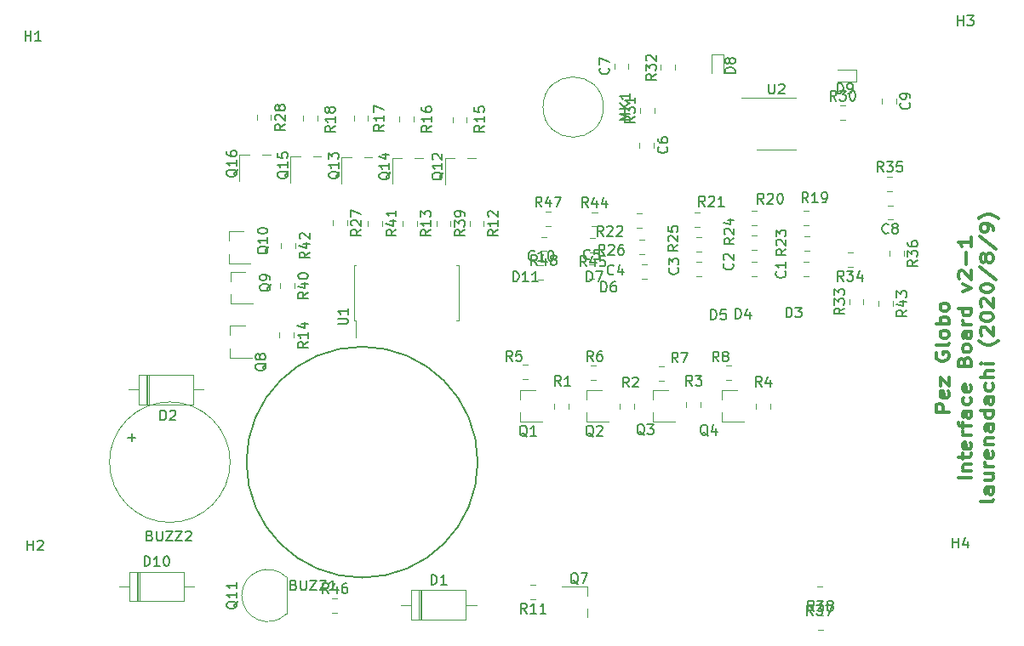
<source format=gbr>
G04 #@! TF.GenerationSoftware,KiCad,Pcbnew,(5.1.6-0-10_14)*
G04 #@! TF.CreationDate,2020-09-03T10:58:02-04:00*
G04 #@! TF.ProjectId,Pufferfish-Interface-2,50756666-6572-4666-9973-682d496e7465,rev?*
G04 #@! TF.SameCoordinates,Original*
G04 #@! TF.FileFunction,Legend,Top*
G04 #@! TF.FilePolarity,Positive*
%FSLAX46Y46*%
G04 Gerber Fmt 4.6, Leading zero omitted, Abs format (unit mm)*
G04 Created by KiCad (PCBNEW (5.1.6-0-10_14)) date 2020-09-03 10:58:02*
%MOMM*%
%LPD*%
G01*
G04 APERTURE LIST*
%ADD10C,0.300000*%
%ADD11C,0.120000*%
%ADD12C,0.203200*%
%ADD13C,0.150000*%
G04 APERTURE END LIST*
D10*
X74369523Y-34392857D02*
X73099523Y-34392857D01*
X73099523Y-33821428D01*
X73160000Y-33678571D01*
X73220476Y-33607142D01*
X73341428Y-33535714D01*
X73522857Y-33535714D01*
X73643809Y-33607142D01*
X73704285Y-33678571D01*
X73764761Y-33821428D01*
X73764761Y-34392857D01*
X74309047Y-32321428D02*
X74369523Y-32464285D01*
X74369523Y-32750000D01*
X74309047Y-32892857D01*
X74188095Y-32964285D01*
X73704285Y-32964285D01*
X73583333Y-32892857D01*
X73522857Y-32750000D01*
X73522857Y-32464285D01*
X73583333Y-32321428D01*
X73704285Y-32250000D01*
X73825238Y-32250000D01*
X73946190Y-32964285D01*
X73522857Y-31750000D02*
X73522857Y-30964285D01*
X74369523Y-31750000D01*
X74369523Y-30964285D01*
X73160000Y-28464285D02*
X73099523Y-28607142D01*
X73099523Y-28821428D01*
X73160000Y-29035714D01*
X73280952Y-29178571D01*
X73401904Y-29250000D01*
X73643809Y-29321428D01*
X73825238Y-29321428D01*
X74067142Y-29250000D01*
X74188095Y-29178571D01*
X74309047Y-29035714D01*
X74369523Y-28821428D01*
X74369523Y-28678571D01*
X74309047Y-28464285D01*
X74248571Y-28392857D01*
X73825238Y-28392857D01*
X73825238Y-28678571D01*
X74369523Y-27535714D02*
X74309047Y-27678571D01*
X74188095Y-27750000D01*
X73099523Y-27750000D01*
X74369523Y-26750000D02*
X74309047Y-26892857D01*
X74248571Y-26964285D01*
X74127619Y-27035714D01*
X73764761Y-27035714D01*
X73643809Y-26964285D01*
X73583333Y-26892857D01*
X73522857Y-26750000D01*
X73522857Y-26535714D01*
X73583333Y-26392857D01*
X73643809Y-26321428D01*
X73764761Y-26250000D01*
X74127619Y-26250000D01*
X74248571Y-26321428D01*
X74309047Y-26392857D01*
X74369523Y-26535714D01*
X74369523Y-26750000D01*
X74369523Y-25607142D02*
X73099523Y-25607142D01*
X73583333Y-25607142D02*
X73522857Y-25464285D01*
X73522857Y-25178571D01*
X73583333Y-25035714D01*
X73643809Y-24964285D01*
X73764761Y-24892857D01*
X74127619Y-24892857D01*
X74248571Y-24964285D01*
X74309047Y-25035714D01*
X74369523Y-25178571D01*
X74369523Y-25464285D01*
X74309047Y-25607142D01*
X74369523Y-24035714D02*
X74309047Y-24178571D01*
X74248571Y-24250000D01*
X74127619Y-24321428D01*
X73764761Y-24321428D01*
X73643809Y-24250000D01*
X73583333Y-24178571D01*
X73522857Y-24035714D01*
X73522857Y-23821428D01*
X73583333Y-23678571D01*
X73643809Y-23607142D01*
X73764761Y-23535714D01*
X74127619Y-23535714D01*
X74248571Y-23607142D01*
X74309047Y-23678571D01*
X74369523Y-23821428D01*
X74369523Y-24035714D01*
X76574523Y-40928571D02*
X75304523Y-40928571D01*
X75727857Y-40214285D02*
X76574523Y-40214285D01*
X75848809Y-40214285D02*
X75788333Y-40142857D01*
X75727857Y-40000000D01*
X75727857Y-39785714D01*
X75788333Y-39642857D01*
X75909285Y-39571428D01*
X76574523Y-39571428D01*
X75727857Y-39071428D02*
X75727857Y-38500000D01*
X75304523Y-38857142D02*
X76393095Y-38857142D01*
X76514047Y-38785714D01*
X76574523Y-38642857D01*
X76574523Y-38500000D01*
X76514047Y-37428571D02*
X76574523Y-37571428D01*
X76574523Y-37857142D01*
X76514047Y-38000000D01*
X76393095Y-38071428D01*
X75909285Y-38071428D01*
X75788333Y-38000000D01*
X75727857Y-37857142D01*
X75727857Y-37571428D01*
X75788333Y-37428571D01*
X75909285Y-37357142D01*
X76030238Y-37357142D01*
X76151190Y-38071428D01*
X76574523Y-36714285D02*
X75727857Y-36714285D01*
X75969761Y-36714285D02*
X75848809Y-36642857D01*
X75788333Y-36571428D01*
X75727857Y-36428571D01*
X75727857Y-36285714D01*
X75727857Y-36000000D02*
X75727857Y-35428571D01*
X76574523Y-35785714D02*
X75485952Y-35785714D01*
X75365000Y-35714285D01*
X75304523Y-35571428D01*
X75304523Y-35428571D01*
X76574523Y-34285714D02*
X75909285Y-34285714D01*
X75788333Y-34357142D01*
X75727857Y-34500000D01*
X75727857Y-34785714D01*
X75788333Y-34928571D01*
X76514047Y-34285714D02*
X76574523Y-34428571D01*
X76574523Y-34785714D01*
X76514047Y-34928571D01*
X76393095Y-35000000D01*
X76272142Y-35000000D01*
X76151190Y-34928571D01*
X76090714Y-34785714D01*
X76090714Y-34428571D01*
X76030238Y-34285714D01*
X76514047Y-32928571D02*
X76574523Y-33071428D01*
X76574523Y-33357142D01*
X76514047Y-33500000D01*
X76453571Y-33571428D01*
X76332619Y-33642857D01*
X75969761Y-33642857D01*
X75848809Y-33571428D01*
X75788333Y-33500000D01*
X75727857Y-33357142D01*
X75727857Y-33071428D01*
X75788333Y-32928571D01*
X76514047Y-31714285D02*
X76574523Y-31857142D01*
X76574523Y-32142857D01*
X76514047Y-32285714D01*
X76393095Y-32357142D01*
X75909285Y-32357142D01*
X75788333Y-32285714D01*
X75727857Y-32142857D01*
X75727857Y-31857142D01*
X75788333Y-31714285D01*
X75909285Y-31642857D01*
X76030238Y-31642857D01*
X76151190Y-32357142D01*
X75909285Y-29357142D02*
X75969761Y-29142857D01*
X76030238Y-29071428D01*
X76151190Y-29000000D01*
X76332619Y-29000000D01*
X76453571Y-29071428D01*
X76514047Y-29142857D01*
X76574523Y-29285714D01*
X76574523Y-29857142D01*
X75304523Y-29857142D01*
X75304523Y-29357142D01*
X75365000Y-29214285D01*
X75425476Y-29142857D01*
X75546428Y-29071428D01*
X75667380Y-29071428D01*
X75788333Y-29142857D01*
X75848809Y-29214285D01*
X75909285Y-29357142D01*
X75909285Y-29857142D01*
X76574523Y-28142857D02*
X76514047Y-28285714D01*
X76453571Y-28357142D01*
X76332619Y-28428571D01*
X75969761Y-28428571D01*
X75848809Y-28357142D01*
X75788333Y-28285714D01*
X75727857Y-28142857D01*
X75727857Y-27928571D01*
X75788333Y-27785714D01*
X75848809Y-27714285D01*
X75969761Y-27642857D01*
X76332619Y-27642857D01*
X76453571Y-27714285D01*
X76514047Y-27785714D01*
X76574523Y-27928571D01*
X76574523Y-28142857D01*
X76574523Y-26357142D02*
X75909285Y-26357142D01*
X75788333Y-26428571D01*
X75727857Y-26571428D01*
X75727857Y-26857142D01*
X75788333Y-27000000D01*
X76514047Y-26357142D02*
X76574523Y-26500000D01*
X76574523Y-26857142D01*
X76514047Y-27000000D01*
X76393095Y-27071428D01*
X76272142Y-27071428D01*
X76151190Y-27000000D01*
X76090714Y-26857142D01*
X76090714Y-26500000D01*
X76030238Y-26357142D01*
X76574523Y-25642857D02*
X75727857Y-25642857D01*
X75969761Y-25642857D02*
X75848809Y-25571428D01*
X75788333Y-25500000D01*
X75727857Y-25357142D01*
X75727857Y-25214285D01*
X76574523Y-24071428D02*
X75304523Y-24071428D01*
X76514047Y-24071428D02*
X76574523Y-24214285D01*
X76574523Y-24500000D01*
X76514047Y-24642857D01*
X76453571Y-24714285D01*
X76332619Y-24785714D01*
X75969761Y-24785714D01*
X75848809Y-24714285D01*
X75788333Y-24642857D01*
X75727857Y-24500000D01*
X75727857Y-24214285D01*
X75788333Y-24071428D01*
X75727857Y-22357142D02*
X76574523Y-22000000D01*
X75727857Y-21642857D01*
X75425476Y-21142857D02*
X75365000Y-21071428D01*
X75304523Y-20928571D01*
X75304523Y-20571428D01*
X75365000Y-20428571D01*
X75425476Y-20357142D01*
X75546428Y-20285714D01*
X75667380Y-20285714D01*
X75848809Y-20357142D01*
X76574523Y-21214285D01*
X76574523Y-20285714D01*
X76090714Y-19642857D02*
X76090714Y-18500000D01*
X76574523Y-17000000D02*
X76574523Y-17857142D01*
X76574523Y-17428571D02*
X75304523Y-17428571D01*
X75485952Y-17571428D01*
X75606904Y-17714285D01*
X75667380Y-17857142D01*
X78779523Y-43107142D02*
X78719047Y-43250000D01*
X78598095Y-43321428D01*
X77509523Y-43321428D01*
X78779523Y-41892857D02*
X78114285Y-41892857D01*
X77993333Y-41964285D01*
X77932857Y-42107142D01*
X77932857Y-42392857D01*
X77993333Y-42535714D01*
X78719047Y-41892857D02*
X78779523Y-42035714D01*
X78779523Y-42392857D01*
X78719047Y-42535714D01*
X78598095Y-42607142D01*
X78477142Y-42607142D01*
X78356190Y-42535714D01*
X78295714Y-42392857D01*
X78295714Y-42035714D01*
X78235238Y-41892857D01*
X77932857Y-40535714D02*
X78779523Y-40535714D01*
X77932857Y-41178571D02*
X78598095Y-41178571D01*
X78719047Y-41107142D01*
X78779523Y-40964285D01*
X78779523Y-40750000D01*
X78719047Y-40607142D01*
X78658571Y-40535714D01*
X78779523Y-39821428D02*
X77932857Y-39821428D01*
X78174761Y-39821428D02*
X78053809Y-39750000D01*
X77993333Y-39678571D01*
X77932857Y-39535714D01*
X77932857Y-39392857D01*
X78719047Y-38321428D02*
X78779523Y-38464285D01*
X78779523Y-38750000D01*
X78719047Y-38892857D01*
X78598095Y-38964285D01*
X78114285Y-38964285D01*
X77993333Y-38892857D01*
X77932857Y-38750000D01*
X77932857Y-38464285D01*
X77993333Y-38321428D01*
X78114285Y-38250000D01*
X78235238Y-38250000D01*
X78356190Y-38964285D01*
X77932857Y-37607142D02*
X78779523Y-37607142D01*
X78053809Y-37607142D02*
X77993333Y-37535714D01*
X77932857Y-37392857D01*
X77932857Y-37178571D01*
X77993333Y-37035714D01*
X78114285Y-36964285D01*
X78779523Y-36964285D01*
X78779523Y-35607142D02*
X78114285Y-35607142D01*
X77993333Y-35678571D01*
X77932857Y-35821428D01*
X77932857Y-36107142D01*
X77993333Y-36250000D01*
X78719047Y-35607142D02*
X78779523Y-35750000D01*
X78779523Y-36107142D01*
X78719047Y-36250000D01*
X78598095Y-36321428D01*
X78477142Y-36321428D01*
X78356190Y-36250000D01*
X78295714Y-36107142D01*
X78295714Y-35750000D01*
X78235238Y-35607142D01*
X78779523Y-34250000D02*
X77509523Y-34250000D01*
X78719047Y-34250000D02*
X78779523Y-34392857D01*
X78779523Y-34678571D01*
X78719047Y-34821428D01*
X78658571Y-34892857D01*
X78537619Y-34964285D01*
X78174761Y-34964285D01*
X78053809Y-34892857D01*
X77993333Y-34821428D01*
X77932857Y-34678571D01*
X77932857Y-34392857D01*
X77993333Y-34250000D01*
X78779523Y-32892857D02*
X78114285Y-32892857D01*
X77993333Y-32964285D01*
X77932857Y-33107142D01*
X77932857Y-33392857D01*
X77993333Y-33535714D01*
X78719047Y-32892857D02*
X78779523Y-33035714D01*
X78779523Y-33392857D01*
X78719047Y-33535714D01*
X78598095Y-33607142D01*
X78477142Y-33607142D01*
X78356190Y-33535714D01*
X78295714Y-33392857D01*
X78295714Y-33035714D01*
X78235238Y-32892857D01*
X78719047Y-31535714D02*
X78779523Y-31678571D01*
X78779523Y-31964285D01*
X78719047Y-32107142D01*
X78658571Y-32178571D01*
X78537619Y-32250000D01*
X78174761Y-32250000D01*
X78053809Y-32178571D01*
X77993333Y-32107142D01*
X77932857Y-31964285D01*
X77932857Y-31678571D01*
X77993333Y-31535714D01*
X78779523Y-30892857D02*
X77509523Y-30892857D01*
X78779523Y-30250000D02*
X78114285Y-30250000D01*
X77993333Y-30321428D01*
X77932857Y-30464285D01*
X77932857Y-30678571D01*
X77993333Y-30821428D01*
X78053809Y-30892857D01*
X78779523Y-29535714D02*
X77932857Y-29535714D01*
X77509523Y-29535714D02*
X77570000Y-29607142D01*
X77630476Y-29535714D01*
X77570000Y-29464285D01*
X77509523Y-29535714D01*
X77630476Y-29535714D01*
X79263333Y-27250000D02*
X79202857Y-27321428D01*
X79021428Y-27464285D01*
X78900476Y-27535714D01*
X78719047Y-27607142D01*
X78416666Y-27678571D01*
X78174761Y-27678571D01*
X77872380Y-27607142D01*
X77690952Y-27535714D01*
X77570000Y-27464285D01*
X77388571Y-27321428D01*
X77328095Y-27250000D01*
X77630476Y-26750000D02*
X77570000Y-26678571D01*
X77509523Y-26535714D01*
X77509523Y-26178571D01*
X77570000Y-26035714D01*
X77630476Y-25964285D01*
X77751428Y-25892857D01*
X77872380Y-25892857D01*
X78053809Y-25964285D01*
X78779523Y-26821428D01*
X78779523Y-25892857D01*
X77509523Y-24964285D02*
X77509523Y-24821428D01*
X77570000Y-24678571D01*
X77630476Y-24607142D01*
X77751428Y-24535714D01*
X77993333Y-24464285D01*
X78295714Y-24464285D01*
X78537619Y-24535714D01*
X78658571Y-24607142D01*
X78719047Y-24678571D01*
X78779523Y-24821428D01*
X78779523Y-24964285D01*
X78719047Y-25107142D01*
X78658571Y-25178571D01*
X78537619Y-25250000D01*
X78295714Y-25321428D01*
X77993333Y-25321428D01*
X77751428Y-25250000D01*
X77630476Y-25178571D01*
X77570000Y-25107142D01*
X77509523Y-24964285D01*
X77630476Y-23892857D02*
X77570000Y-23821428D01*
X77509523Y-23678571D01*
X77509523Y-23321428D01*
X77570000Y-23178571D01*
X77630476Y-23107142D01*
X77751428Y-23035714D01*
X77872380Y-23035714D01*
X78053809Y-23107142D01*
X78779523Y-23964285D01*
X78779523Y-23035714D01*
X77509523Y-22107142D02*
X77509523Y-21964285D01*
X77570000Y-21821428D01*
X77630476Y-21750000D01*
X77751428Y-21678571D01*
X77993333Y-21607142D01*
X78295714Y-21607142D01*
X78537619Y-21678571D01*
X78658571Y-21750000D01*
X78719047Y-21821428D01*
X78779523Y-21964285D01*
X78779523Y-22107142D01*
X78719047Y-22250000D01*
X78658571Y-22321428D01*
X78537619Y-22392857D01*
X78295714Y-22464285D01*
X77993333Y-22464285D01*
X77751428Y-22392857D01*
X77630476Y-22321428D01*
X77570000Y-22250000D01*
X77509523Y-22107142D01*
X77449047Y-19892857D02*
X79081904Y-21178571D01*
X78053809Y-19178571D02*
X77993333Y-19321428D01*
X77932857Y-19392857D01*
X77811904Y-19464285D01*
X77751428Y-19464285D01*
X77630476Y-19392857D01*
X77570000Y-19321428D01*
X77509523Y-19178571D01*
X77509523Y-18892857D01*
X77570000Y-18750000D01*
X77630476Y-18678571D01*
X77751428Y-18607142D01*
X77811904Y-18607142D01*
X77932857Y-18678571D01*
X77993333Y-18750000D01*
X78053809Y-18892857D01*
X78053809Y-19178571D01*
X78114285Y-19321428D01*
X78174761Y-19392857D01*
X78295714Y-19464285D01*
X78537619Y-19464285D01*
X78658571Y-19392857D01*
X78719047Y-19321428D01*
X78779523Y-19178571D01*
X78779523Y-18892857D01*
X78719047Y-18750000D01*
X78658571Y-18678571D01*
X78537619Y-18607142D01*
X78295714Y-18607142D01*
X78174761Y-18678571D01*
X78114285Y-18750000D01*
X78053809Y-18892857D01*
X77449047Y-16892857D02*
X79081904Y-18178571D01*
X78779523Y-16321428D02*
X78779523Y-16035714D01*
X78719047Y-15892857D01*
X78658571Y-15821428D01*
X78477142Y-15678571D01*
X78235238Y-15607142D01*
X77751428Y-15607142D01*
X77630476Y-15678571D01*
X77570000Y-15750000D01*
X77509523Y-15892857D01*
X77509523Y-16178571D01*
X77570000Y-16321428D01*
X77630476Y-16392857D01*
X77751428Y-16464285D01*
X78053809Y-16464285D01*
X78174761Y-16392857D01*
X78235238Y-16321428D01*
X78295714Y-16178571D01*
X78295714Y-15892857D01*
X78235238Y-15750000D01*
X78174761Y-15678571D01*
X78053809Y-15607142D01*
X79263333Y-15107142D02*
X79202857Y-15035714D01*
X79021428Y-14892857D01*
X78900476Y-14821428D01*
X78719047Y-14750000D01*
X78416666Y-14678571D01*
X78174761Y-14678571D01*
X77872380Y-14750000D01*
X77690952Y-14821428D01*
X77570000Y-14892857D01*
X77388571Y-15035714D01*
X77328095Y-15107142D01*
D11*
X-7154620Y-50275980D02*
X-7154620Y-53215980D01*
X-7154620Y-53215980D02*
X-1714620Y-53215980D01*
X-1714620Y-53215980D02*
X-1714620Y-50275980D01*
X-1714620Y-50275980D02*
X-7154620Y-50275980D01*
X-8174620Y-51745980D02*
X-7154620Y-51745980D01*
X-694620Y-51745980D02*
X-1714620Y-51745980D01*
X-6254620Y-50275980D02*
X-6254620Y-53215980D01*
X-6134620Y-50275980D02*
X-6134620Y-53215980D01*
X-6374620Y-50275980D02*
X-6374620Y-53215980D01*
X38571422Y-19680000D02*
X39088578Y-19680000D01*
X38571422Y-21100000D02*
X39088578Y-21100000D01*
X39208578Y-18470000D02*
X38691422Y-18470000D01*
X39208578Y-17050000D02*
X38691422Y-17050000D01*
X38870122Y-14474120D02*
X39387278Y-14474120D01*
X38870122Y-15894120D02*
X39387278Y-15894120D01*
X25590960Y-22496780D02*
X25590960Y-19736780D01*
X25590960Y-19736780D02*
X25385960Y-19736780D01*
X25590960Y-22496780D02*
X25590960Y-25256780D01*
X25590960Y-25256780D02*
X25385960Y-25256780D01*
X15170960Y-22496780D02*
X15170960Y-19736780D01*
X15170960Y-19736780D02*
X15375960Y-19736780D01*
X15170960Y-22496780D02*
X15170960Y-25256780D01*
X15170960Y-25256780D02*
X15375960Y-25256780D01*
X15375960Y-25256780D02*
X15375960Y-26946780D01*
X34318578Y-18340000D02*
X33801422Y-18340000D01*
X34318578Y-16920000D02*
X33801422Y-16920000D01*
X34248922Y-14430000D02*
X34766078Y-14430000D01*
X34248922Y-15850000D02*
X34766078Y-15850000D01*
X68790000Y-23331422D02*
X68790000Y-23848578D01*
X67370000Y-23331422D02*
X67370000Y-23848578D01*
X6940620Y-4795782D02*
X6940620Y-5312938D01*
X5520620Y-4795782D02*
X5520620Y-5312938D01*
X33526902Y-19791500D02*
X34044058Y-19791500D01*
X33526902Y-21211500D02*
X34044058Y-21211500D01*
X2880000Y-39370000D02*
G75*
G03*
X2880000Y-39370000I-6000000J0D01*
G01*
X40000000Y-4000000D02*
G75*
G03*
X40000000Y-4000000I-3000000J0D01*
G01*
X57220000Y-8200000D02*
X59170000Y-8200000D01*
X57220000Y-8200000D02*
X55270000Y-8200000D01*
X57220000Y-3080000D02*
X59170000Y-3080000D01*
X57220000Y-3080000D02*
X53770000Y-3080000D01*
X13033922Y-52920000D02*
X13551078Y-52920000D01*
X13033922Y-54340000D02*
X13551078Y-54340000D01*
X9381560Y-17552142D02*
X9381560Y-18069298D01*
X7961560Y-17552142D02*
X7961560Y-18069298D01*
X18004860Y-15311622D02*
X18004860Y-15828778D01*
X16584860Y-15311622D02*
X16584860Y-15828778D01*
X9249480Y-21549862D02*
X9249480Y-22067018D01*
X7829480Y-21549862D02*
X7829480Y-22067018D01*
X24814600Y-15337022D02*
X24814600Y-15854178D01*
X23394600Y-15337022D02*
X23394600Y-15854178D01*
X61318922Y-54670000D02*
X61836078Y-54670000D01*
X61318922Y-56090000D02*
X61836078Y-56090000D01*
X61756078Y-53210000D02*
X61238922Y-53210000D01*
X61756078Y-51790000D02*
X61238922Y-51790000D01*
X69870000Y-18341422D02*
X69870000Y-18858578D01*
X68450000Y-18341422D02*
X68450000Y-18858578D01*
X68223922Y-10930000D02*
X68741078Y-10930000D01*
X68223922Y-12350000D02*
X68741078Y-12350000D01*
X64808578Y-19930000D02*
X64291422Y-19930000D01*
X64808578Y-18510000D02*
X64291422Y-18510000D01*
X64450000Y-23648578D02*
X64450000Y-23131422D01*
X65870000Y-23648578D02*
X65870000Y-23131422D01*
X45730000Y-318578D02*
X45730000Y198578D01*
X47150000Y-318578D02*
X47150000Y198578D01*
X43641180Y-4568578D02*
X43641180Y-4051422D01*
X45061180Y-4568578D02*
X45061180Y-4051422D01*
X63551422Y-3860000D02*
X64068578Y-3860000D01*
X63551422Y-5280000D02*
X64068578Y-5280000D01*
X14514900Y-15283682D02*
X14514900Y-15800838D01*
X13094900Y-15283682D02*
X13094900Y-15800838D01*
X9211380Y-26474682D02*
X9211380Y-26991838D01*
X7791380Y-26474682D02*
X7791380Y-26991838D01*
X21436400Y-15337022D02*
X21436400Y-15854178D01*
X20016400Y-15337022D02*
X20016400Y-15854178D01*
X26688980Y-15337022D02*
X26688980Y-15854178D01*
X28108980Y-15337022D02*
X28108980Y-15854178D01*
X6070360Y-8774060D02*
X6870360Y-8774060D01*
X3820360Y-11374060D02*
X3820360Y-8774060D01*
X3820360Y-8774060D02*
X4770360Y-8774060D01*
X11142740Y-8944240D02*
X11942740Y-8944240D01*
X8892740Y-11544240D02*
X8892740Y-8944240D01*
X8892740Y-8944240D02*
X9842740Y-8944240D01*
X21244320Y-9058540D02*
X22044320Y-9058540D01*
X18994320Y-11658540D02*
X18994320Y-9058540D01*
X18994320Y-9058540D02*
X19944320Y-9058540D01*
X16212580Y-8984880D02*
X17012580Y-8984880D01*
X13962580Y-11584880D02*
X13962580Y-8984880D01*
X13962580Y-8984880D02*
X14912580Y-8984880D01*
X26509740Y-9081400D02*
X27309740Y-9081400D01*
X24259740Y-11681400D02*
X24259740Y-9081400D01*
X24259740Y-9081400D02*
X25209740Y-9081400D01*
X8468478Y-50811522D02*
G75*
G03*
X4030000Y-52650000I-1838478J-1838478D01*
G01*
X8468478Y-54488478D02*
G75*
G02*
X4030000Y-52650000I-1838478J1838478D01*
G01*
X8480000Y-54450000D02*
X8480000Y-50850000D01*
X65170000Y-1460000D02*
X65170000Y-260000D01*
X63320000Y-1460000D02*
X65170000Y-1460000D01*
X63320000Y-260000D02*
X65170000Y-260000D01*
X51950000Y1260000D02*
X50750000Y1260000D01*
X51950000Y-590000D02*
X51950000Y1260000D01*
X50750000Y-590000D02*
X50750000Y1260000D01*
X69130000Y-3161422D02*
X69130000Y-3678578D01*
X67710000Y-3161422D02*
X67710000Y-3678578D01*
X68781078Y-15210000D02*
X68263922Y-15210000D01*
X68781078Y-13790000D02*
X68263922Y-13790000D01*
X41080000Y-208578D02*
X41080000Y308578D01*
X42500000Y-208578D02*
X42500000Y308578D01*
X45007840Y-7531222D02*
X45007840Y-8048378D01*
X43587840Y-7531222D02*
X43587840Y-8048378D01*
X38442000Y-53990000D02*
X38442000Y-54790000D01*
X35842000Y-51740000D02*
X38442000Y-51740000D01*
X38442000Y-51740000D02*
X38442000Y-52690000D01*
X44068578Y-18620000D02*
X43551422Y-18620000D01*
X44068578Y-17200000D02*
X43551422Y-17200000D01*
X49778578Y-18420000D02*
X49261422Y-18420000D01*
X49778578Y-17000000D02*
X49261422Y-17000000D01*
X55229258Y-18210000D02*
X54712102Y-18210000D01*
X55229258Y-16790000D02*
X54712102Y-16790000D01*
X60499998Y-18281720D02*
X59982842Y-18281720D01*
X60499998Y-16861720D02*
X59982842Y-16861720D01*
X43332662Y-14568100D02*
X43849818Y-14568100D01*
X43332662Y-15988100D02*
X43849818Y-15988100D01*
X49035202Y-14507140D02*
X49552358Y-14507140D01*
X49035202Y-15927140D02*
X49552358Y-15927140D01*
X54712102Y-14321720D02*
X55229258Y-14321720D01*
X54712102Y-15741720D02*
X55229258Y-15741720D01*
X59885842Y-14321720D02*
X60402998Y-14321720D01*
X59885842Y-15741720D02*
X60402998Y-15741720D01*
X11588820Y-4864602D02*
X11588820Y-5381758D01*
X10168820Y-4864602D02*
X10168820Y-5381758D01*
X16595160Y-4836422D02*
X16595160Y-5353578D01*
X15175160Y-4836422D02*
X15175160Y-5353578D01*
X21149380Y-4943102D02*
X21149380Y-5460258D01*
X19729380Y-4943102D02*
X19729380Y-5460258D01*
X26412260Y-4991602D02*
X26412260Y-5508758D01*
X24992260Y-4991602D02*
X24992260Y-5508758D01*
X33278578Y-53034000D02*
X32761422Y-53034000D01*
X33278578Y-51614000D02*
X32761422Y-51614000D01*
X52757598Y-31190000D02*
X52240442Y-31190000D01*
X52757598Y-29770000D02*
X52240442Y-29770000D01*
X46057078Y-31228100D02*
X45539922Y-31228100D01*
X46057078Y-29808100D02*
X45539922Y-29808100D01*
X39267898Y-31149360D02*
X38750742Y-31149360D01*
X39267898Y-29729360D02*
X38750742Y-29729360D01*
X32506658Y-31070620D02*
X31989502Y-31070620D01*
X32506658Y-29650620D02*
X31989502Y-29650620D01*
X55170000Y-34040578D02*
X55170000Y-33523422D01*
X56590000Y-34040578D02*
X56590000Y-33523422D01*
X48266280Y-33933898D02*
X48266280Y-33416742D01*
X49686280Y-33933898D02*
X49686280Y-33416742D01*
X41631800Y-34040578D02*
X41631800Y-33523422D01*
X43051800Y-34040578D02*
X43051800Y-33523422D01*
X35104000Y-34040578D02*
X35104000Y-33523422D01*
X36524000Y-34040578D02*
X36524000Y-33523422D01*
X2729960Y-16385420D02*
X2729960Y-17315420D01*
X2729960Y-19545420D02*
X2729960Y-18615420D01*
X2729960Y-19545420D02*
X4889960Y-19545420D01*
X2729960Y-16385420D02*
X4189960Y-16385420D01*
X2931380Y-20441760D02*
X2931380Y-21371760D01*
X2931380Y-23601760D02*
X2931380Y-22671760D01*
X2931380Y-23601760D02*
X5091380Y-23601760D01*
X2931380Y-20441760D02*
X4391380Y-20441760D01*
X2869660Y-25791040D02*
X2869660Y-26721040D01*
X2869660Y-28951040D02*
X2869660Y-28021040D01*
X2869660Y-28951040D02*
X5029660Y-28951040D01*
X2869660Y-25791040D02*
X4329660Y-25791040D01*
X51818000Y-32202000D02*
X51818000Y-33132000D01*
X51818000Y-35362000D02*
X51818000Y-34432000D01*
X51818000Y-35362000D02*
X53978000Y-35362000D01*
X51818000Y-32202000D02*
X53278000Y-32202000D01*
X44960000Y-32202000D02*
X44960000Y-33132000D01*
X44960000Y-35362000D02*
X44960000Y-34432000D01*
X44960000Y-35362000D02*
X47120000Y-35362000D01*
X44960000Y-32202000D02*
X46420000Y-32202000D01*
X38356000Y-32202000D02*
X38356000Y-33132000D01*
X38356000Y-35362000D02*
X38356000Y-34432000D01*
X38356000Y-35362000D02*
X40516000Y-35362000D01*
X38356000Y-32202000D02*
X39816000Y-32202000D01*
X31752000Y-32202000D02*
X31752000Y-33132000D01*
X31752000Y-35362000D02*
X31752000Y-34432000D01*
X31752000Y-35362000D02*
X33912000Y-35362000D01*
X31752000Y-32202000D02*
X33212000Y-32202000D01*
X-6250000Y-30660000D02*
X-6250000Y-33600000D01*
X-6250000Y-33600000D02*
X-810000Y-33600000D01*
X-810000Y-33600000D02*
X-810000Y-30660000D01*
X-810000Y-30660000D02*
X-6250000Y-30660000D01*
X-7270000Y-32130000D02*
X-6250000Y-32130000D01*
X210000Y-32130000D02*
X-810000Y-32130000D01*
X-5350000Y-30660000D02*
X-5350000Y-33600000D01*
X-5230000Y-30660000D02*
X-5230000Y-33600000D01*
X-5470000Y-30660000D02*
X-5470000Y-33600000D01*
X20902000Y-52124000D02*
X20902000Y-55064000D01*
X20902000Y-55064000D02*
X26342000Y-55064000D01*
X26342000Y-55064000D02*
X26342000Y-52124000D01*
X26342000Y-52124000D02*
X20902000Y-52124000D01*
X19882000Y-53594000D02*
X20902000Y-53594000D01*
X27362000Y-53594000D02*
X26342000Y-53594000D01*
X21802000Y-52124000D02*
X21802000Y-55064000D01*
X21922000Y-52124000D02*
X21922000Y-55064000D01*
X21682000Y-52124000D02*
X21682000Y-55064000D01*
X43801422Y-19660000D02*
X44318578Y-19660000D01*
X43801422Y-21080000D02*
X44318578Y-21080000D01*
X49273922Y-19410000D02*
X49791078Y-19410000D01*
X49273922Y-20830000D02*
X49791078Y-20830000D01*
X54712102Y-19401720D02*
X55229258Y-19401720D01*
X54712102Y-20821720D02*
X55229258Y-20821720D01*
X59885842Y-19401720D02*
X60402998Y-19401720D01*
X59885842Y-20821720D02*
X60402998Y-20821720D01*
D12*
X27502000Y-39370000D02*
G75*
G03*
X27502000Y-39370000I-11500000J0D01*
G01*
D13*
X74738095Y-47900380D02*
X74738095Y-46900380D01*
X74738095Y-47376571D02*
X75309523Y-47376571D01*
X75309523Y-47900380D02*
X75309523Y-46900380D01*
X76214285Y-47233714D02*
X76214285Y-47900380D01*
X75976190Y-46852761D02*
X75738095Y-47567047D01*
X76357142Y-47567047D01*
X75238095Y4099619D02*
X75238095Y5099619D01*
X75238095Y4623428D02*
X75809523Y4623428D01*
X75809523Y4099619D02*
X75809523Y5099619D01*
X76190476Y5099619D02*
X76809523Y5099619D01*
X76476190Y4718666D01*
X76619047Y4718666D01*
X76714285Y4671047D01*
X76761904Y4623428D01*
X76809523Y4528190D01*
X76809523Y4290095D01*
X76761904Y4194857D01*
X76714285Y4147238D01*
X76619047Y4099619D01*
X76333333Y4099619D01*
X76238095Y4147238D01*
X76190476Y4194857D01*
X-17261904Y-48150380D02*
X-17261904Y-47150380D01*
X-17261904Y-47626571D02*
X-16690476Y-47626571D01*
X-16690476Y-48150380D02*
X-16690476Y-47150380D01*
X-16261904Y-47245619D02*
X-16214285Y-47198000D01*
X-16119047Y-47150380D01*
X-15880952Y-47150380D01*
X-15785714Y-47198000D01*
X-15738095Y-47245619D01*
X-15690476Y-47340857D01*
X-15690476Y-47436095D01*
X-15738095Y-47578952D01*
X-16309523Y-48150380D01*
X-15690476Y-48150380D01*
X-17511904Y2599619D02*
X-17511904Y3599619D01*
X-17511904Y3123428D02*
X-16940476Y3123428D01*
X-16940476Y2599619D02*
X-16940476Y3599619D01*
X-15940476Y2599619D02*
X-16511904Y2599619D01*
X-16226190Y2599619D02*
X-16226190Y3599619D01*
X-16321428Y3456761D01*
X-16416666Y3361523D01*
X-16511904Y3313904D01*
X-5648905Y-49728360D02*
X-5648905Y-48728360D01*
X-5410810Y-48728360D01*
X-5267953Y-48775980D01*
X-5172715Y-48871218D01*
X-5125096Y-48966456D01*
X-5077477Y-49156932D01*
X-5077477Y-49299789D01*
X-5125096Y-49490265D01*
X-5172715Y-49585503D01*
X-5267953Y-49680741D01*
X-5410810Y-49728360D01*
X-5648905Y-49728360D01*
X-4125096Y-49728360D02*
X-4696524Y-49728360D01*
X-4410810Y-49728360D02*
X-4410810Y-48728360D01*
X-4506048Y-48871218D01*
X-4601286Y-48966456D01*
X-4696524Y-49014075D01*
X-3506048Y-48728360D02*
X-3410810Y-48728360D01*
X-3315572Y-48775980D01*
X-3267953Y-48823599D01*
X-3220334Y-48918837D01*
X-3172715Y-49109313D01*
X-3172715Y-49347408D01*
X-3220334Y-49537884D01*
X-3267953Y-49633122D01*
X-3315572Y-49680741D01*
X-3410810Y-49728360D01*
X-3506048Y-49728360D01*
X-3601286Y-49680741D01*
X-3648905Y-49633122D01*
X-3696524Y-49537884D01*
X-3744143Y-49347408D01*
X-3744143Y-49109313D01*
X-3696524Y-48918837D01*
X-3648905Y-48823599D01*
X-3601286Y-48775980D01*
X-3506048Y-48728360D01*
X38361904Y-21352380D02*
X38361904Y-20352380D01*
X38600000Y-20352380D01*
X38742857Y-20400000D01*
X38838095Y-20495238D01*
X38885714Y-20590476D01*
X38933333Y-20780952D01*
X38933333Y-20923809D01*
X38885714Y-21114285D01*
X38838095Y-21209523D01*
X38742857Y-21304761D01*
X38600000Y-21352380D01*
X38361904Y-21352380D01*
X39266666Y-20352380D02*
X39933333Y-20352380D01*
X39504761Y-21352380D01*
X38663333Y-19097142D02*
X38615714Y-19144761D01*
X38472857Y-19192380D01*
X38377619Y-19192380D01*
X38234761Y-19144761D01*
X38139523Y-19049523D01*
X38091904Y-18954285D01*
X38044285Y-18763809D01*
X38044285Y-18620952D01*
X38091904Y-18430476D01*
X38139523Y-18335238D01*
X38234761Y-18240000D01*
X38377619Y-18192380D01*
X38472857Y-18192380D01*
X38615714Y-18240000D01*
X38663333Y-18287619D01*
X39568095Y-18192380D02*
X39091904Y-18192380D01*
X39044285Y-18668571D01*
X39091904Y-18620952D01*
X39187142Y-18573333D01*
X39425238Y-18573333D01*
X39520476Y-18620952D01*
X39568095Y-18668571D01*
X39615714Y-18763809D01*
X39615714Y-19001904D01*
X39568095Y-19097142D01*
X39520476Y-19144761D01*
X39425238Y-19192380D01*
X39187142Y-19192380D01*
X39091904Y-19144761D01*
X39044285Y-19097142D01*
X38307142Y-19862380D02*
X37973809Y-19386190D01*
X37735714Y-19862380D02*
X37735714Y-18862380D01*
X38116666Y-18862380D01*
X38211904Y-18910000D01*
X38259523Y-18957619D01*
X38307142Y-19052857D01*
X38307142Y-19195714D01*
X38259523Y-19290952D01*
X38211904Y-19338571D01*
X38116666Y-19386190D01*
X37735714Y-19386190D01*
X39164285Y-19195714D02*
X39164285Y-19862380D01*
X38926190Y-18814761D02*
X38688095Y-19529047D01*
X39307142Y-19529047D01*
X40164285Y-18862380D02*
X39688095Y-18862380D01*
X39640476Y-19338571D01*
X39688095Y-19290952D01*
X39783333Y-19243333D01*
X40021428Y-19243333D01*
X40116666Y-19290952D01*
X40164285Y-19338571D01*
X40211904Y-19433809D01*
X40211904Y-19671904D01*
X40164285Y-19767142D01*
X40116666Y-19814761D01*
X40021428Y-19862380D01*
X39783333Y-19862380D01*
X39688095Y-19814761D01*
X39640476Y-19767142D01*
X38485842Y-13986500D02*
X38152509Y-13510310D01*
X37914414Y-13986500D02*
X37914414Y-12986500D01*
X38295366Y-12986500D01*
X38390604Y-13034120D01*
X38438223Y-13081739D01*
X38485842Y-13176977D01*
X38485842Y-13319834D01*
X38438223Y-13415072D01*
X38390604Y-13462691D01*
X38295366Y-13510310D01*
X37914414Y-13510310D01*
X39342985Y-13319834D02*
X39342985Y-13986500D01*
X39104890Y-12938881D02*
X38866795Y-13653167D01*
X39485842Y-13653167D01*
X40295366Y-13319834D02*
X40295366Y-13986500D01*
X40057271Y-12938881D02*
X39819176Y-13653167D01*
X40438223Y-13653167D01*
X13577320Y-25636124D02*
X14386844Y-25636124D01*
X14482082Y-25588505D01*
X14529701Y-25540886D01*
X14577320Y-25445648D01*
X14577320Y-25255172D01*
X14529701Y-25159934D01*
X14482082Y-25112315D01*
X14386844Y-25064696D01*
X13577320Y-25064696D01*
X14577320Y-24064696D02*
X14577320Y-24636124D01*
X14577320Y-24350410D02*
X13577320Y-24350410D01*
X13720178Y-24445648D01*
X13815416Y-24540886D01*
X13863035Y-24636124D01*
X33417142Y-19732380D02*
X33083809Y-19256190D01*
X32845714Y-19732380D02*
X32845714Y-18732380D01*
X33226666Y-18732380D01*
X33321904Y-18780000D01*
X33369523Y-18827619D01*
X33417142Y-18922857D01*
X33417142Y-19065714D01*
X33369523Y-19160952D01*
X33321904Y-19208571D01*
X33226666Y-19256190D01*
X32845714Y-19256190D01*
X34274285Y-19065714D02*
X34274285Y-19732380D01*
X34036190Y-18684761D02*
X33798095Y-19399047D01*
X34417142Y-19399047D01*
X34940952Y-19160952D02*
X34845714Y-19113333D01*
X34798095Y-19065714D01*
X34750476Y-18970476D01*
X34750476Y-18922857D01*
X34798095Y-18827619D01*
X34845714Y-18780000D01*
X34940952Y-18732380D01*
X35131428Y-18732380D01*
X35226666Y-18780000D01*
X35274285Y-18827619D01*
X35321904Y-18922857D01*
X35321904Y-18970476D01*
X35274285Y-19065714D01*
X35226666Y-19113333D01*
X35131428Y-19160952D01*
X34940952Y-19160952D01*
X34845714Y-19208571D01*
X34798095Y-19256190D01*
X34750476Y-19351428D01*
X34750476Y-19541904D01*
X34798095Y-19637142D01*
X34845714Y-19684761D01*
X34940952Y-19732380D01*
X35131428Y-19732380D01*
X35226666Y-19684761D01*
X35274285Y-19637142D01*
X35321904Y-19541904D01*
X35321904Y-19351428D01*
X35274285Y-19256190D01*
X35226666Y-19208571D01*
X35131428Y-19160952D01*
X33864642Y-13942380D02*
X33531309Y-13466190D01*
X33293214Y-13942380D02*
X33293214Y-12942380D01*
X33674166Y-12942380D01*
X33769404Y-12990000D01*
X33817023Y-13037619D01*
X33864642Y-13132857D01*
X33864642Y-13275714D01*
X33817023Y-13370952D01*
X33769404Y-13418571D01*
X33674166Y-13466190D01*
X33293214Y-13466190D01*
X34721785Y-13275714D02*
X34721785Y-13942380D01*
X34483690Y-12894761D02*
X34245595Y-13609047D01*
X34864642Y-13609047D01*
X35150357Y-12942380D02*
X35817023Y-12942380D01*
X35388452Y-13942380D01*
X70182380Y-24232857D02*
X69706190Y-24566190D01*
X70182380Y-24804285D02*
X69182380Y-24804285D01*
X69182380Y-24423333D01*
X69230000Y-24328095D01*
X69277619Y-24280476D01*
X69372857Y-24232857D01*
X69515714Y-24232857D01*
X69610952Y-24280476D01*
X69658571Y-24328095D01*
X69706190Y-24423333D01*
X69706190Y-24804285D01*
X69515714Y-23375714D02*
X70182380Y-23375714D01*
X69134761Y-23613809D02*
X69849047Y-23851904D01*
X69849047Y-23232857D01*
X69182380Y-22947142D02*
X69182380Y-22328095D01*
X69563333Y-22661428D01*
X69563333Y-22518571D01*
X69610952Y-22423333D01*
X69658571Y-22375714D01*
X69753809Y-22328095D01*
X69991904Y-22328095D01*
X70087142Y-22375714D01*
X70134761Y-22423333D01*
X70182380Y-22518571D01*
X70182380Y-22804285D01*
X70134761Y-22899523D01*
X70087142Y-22947142D01*
X8333000Y-5697217D02*
X7856810Y-6030550D01*
X8333000Y-6268645D02*
X7333000Y-6268645D01*
X7333000Y-5887693D01*
X7380620Y-5792455D01*
X7428239Y-5744836D01*
X7523477Y-5697217D01*
X7666334Y-5697217D01*
X7761572Y-5744836D01*
X7809191Y-5792455D01*
X7856810Y-5887693D01*
X7856810Y-6268645D01*
X7428239Y-5316264D02*
X7380620Y-5268645D01*
X7333000Y-5173407D01*
X7333000Y-4935312D01*
X7380620Y-4840074D01*
X7428239Y-4792455D01*
X7523477Y-4744836D01*
X7618715Y-4744836D01*
X7761572Y-4792455D01*
X8333000Y-5363883D01*
X8333000Y-4744836D01*
X7761572Y-4173407D02*
X7713953Y-4268645D01*
X7666334Y-4316264D01*
X7571096Y-4363883D01*
X7523477Y-4363883D01*
X7428239Y-4316264D01*
X7380620Y-4268645D01*
X7333000Y-4173407D01*
X7333000Y-3982931D01*
X7380620Y-3887693D01*
X7428239Y-3840074D01*
X7523477Y-3792455D01*
X7571096Y-3792455D01*
X7666334Y-3840074D01*
X7713953Y-3887693D01*
X7761572Y-3982931D01*
X7761572Y-4173407D01*
X7809191Y-4268645D01*
X7856810Y-4316264D01*
X7952048Y-4363883D01*
X8142524Y-4363883D01*
X8237762Y-4316264D01*
X8285381Y-4268645D01*
X8333000Y-4173407D01*
X8333000Y-3982931D01*
X8285381Y-3887693D01*
X8237762Y-3840074D01*
X8142524Y-3792455D01*
X7952048Y-3792455D01*
X7856810Y-3840074D01*
X7809191Y-3887693D01*
X7761572Y-3982931D01*
X31025714Y-21372380D02*
X31025714Y-20372380D01*
X31263809Y-20372380D01*
X31406666Y-20420000D01*
X31501904Y-20515238D01*
X31549523Y-20610476D01*
X31597142Y-20800952D01*
X31597142Y-20943809D01*
X31549523Y-21134285D01*
X31501904Y-21229523D01*
X31406666Y-21324761D01*
X31263809Y-21372380D01*
X31025714Y-21372380D01*
X32549523Y-21372380D02*
X31978095Y-21372380D01*
X32263809Y-21372380D02*
X32263809Y-20372380D01*
X32168571Y-20515238D01*
X32073333Y-20610476D01*
X31978095Y-20658095D01*
X33501904Y-21372380D02*
X32930476Y-21372380D01*
X33216190Y-21372380D02*
X33216190Y-20372380D01*
X33120952Y-20515238D01*
X33025714Y-20610476D01*
X32930476Y-20658095D01*
X33142622Y-19208642D02*
X33095003Y-19256261D01*
X32952146Y-19303880D01*
X32856908Y-19303880D01*
X32714051Y-19256261D01*
X32618813Y-19161023D01*
X32571194Y-19065785D01*
X32523575Y-18875309D01*
X32523575Y-18732452D01*
X32571194Y-18541976D01*
X32618813Y-18446738D01*
X32714051Y-18351500D01*
X32856908Y-18303880D01*
X32952146Y-18303880D01*
X33095003Y-18351500D01*
X33142622Y-18399119D01*
X34095003Y-19303880D02*
X33523575Y-19303880D01*
X33809289Y-19303880D02*
X33809289Y-18303880D01*
X33714051Y-18446738D01*
X33618813Y-18541976D01*
X33523575Y-18589595D01*
X34714051Y-18303880D02*
X34809289Y-18303880D01*
X34904527Y-18351500D01*
X34952146Y-18399119D01*
X34999765Y-18494357D01*
X35047384Y-18684833D01*
X35047384Y-18922928D01*
X34999765Y-19113404D01*
X34952146Y-19208642D01*
X34904527Y-19256261D01*
X34809289Y-19303880D01*
X34714051Y-19303880D01*
X34618813Y-19256261D01*
X34571194Y-19208642D01*
X34523575Y-19113404D01*
X34475956Y-18922928D01*
X34475956Y-18684833D01*
X34523575Y-18494357D01*
X34571194Y-18399119D01*
X34618813Y-18351500D01*
X34714051Y-18303880D01*
X-5100952Y-46698571D02*
X-4958095Y-46746190D01*
X-4910476Y-46793809D01*
X-4862857Y-46889047D01*
X-4862857Y-47031904D01*
X-4910476Y-47127142D01*
X-4958095Y-47174761D01*
X-5053333Y-47222380D01*
X-5434285Y-47222380D01*
X-5434285Y-46222380D01*
X-5100952Y-46222380D01*
X-5005714Y-46270000D01*
X-4958095Y-46317619D01*
X-4910476Y-46412857D01*
X-4910476Y-46508095D01*
X-4958095Y-46603333D01*
X-5005714Y-46650952D01*
X-5100952Y-46698571D01*
X-5434285Y-46698571D01*
X-4434285Y-46222380D02*
X-4434285Y-47031904D01*
X-4386666Y-47127142D01*
X-4339047Y-47174761D01*
X-4243809Y-47222380D01*
X-4053333Y-47222380D01*
X-3958095Y-47174761D01*
X-3910476Y-47127142D01*
X-3862857Y-47031904D01*
X-3862857Y-46222380D01*
X-3481904Y-46222380D02*
X-2815238Y-46222380D01*
X-3481904Y-47222380D01*
X-2815238Y-47222380D01*
X-2529523Y-46222380D02*
X-1862857Y-46222380D01*
X-2529523Y-47222380D01*
X-1862857Y-47222380D01*
X-1529523Y-46317619D02*
X-1481904Y-46270000D01*
X-1386666Y-46222380D01*
X-1148571Y-46222380D01*
X-1053333Y-46270000D01*
X-1005714Y-46317619D01*
X-958095Y-46412857D01*
X-958095Y-46508095D01*
X-1005714Y-46650952D01*
X-1577142Y-47222380D01*
X-958095Y-47222380D01*
X-7310952Y-36901428D02*
X-6549047Y-36901428D01*
X-6930000Y-37282380D02*
X-6930000Y-36520476D01*
X42652380Y-5309523D02*
X41652380Y-5309523D01*
X42366666Y-4976190D01*
X41652380Y-4642857D01*
X42652380Y-4642857D01*
X42652380Y-4166666D02*
X41652380Y-4166666D01*
X42652380Y-3595238D02*
X42080952Y-4023809D01*
X41652380Y-3595238D02*
X42223809Y-4166666D01*
X42652380Y-2642857D02*
X42652380Y-3214285D01*
X42652380Y-2928571D02*
X41652380Y-2928571D01*
X41795238Y-3023809D01*
X41890476Y-3119047D01*
X41938095Y-3214285D01*
X56458095Y-1692380D02*
X56458095Y-2501904D01*
X56505714Y-2597142D01*
X56553333Y-2644761D01*
X56648571Y-2692380D01*
X56839047Y-2692380D01*
X56934285Y-2644761D01*
X56981904Y-2597142D01*
X57029523Y-2501904D01*
X57029523Y-1692380D01*
X57458095Y-1787619D02*
X57505714Y-1740000D01*
X57600952Y-1692380D01*
X57839047Y-1692380D01*
X57934285Y-1740000D01*
X57981904Y-1787619D01*
X58029523Y-1882857D01*
X58029523Y-1978095D01*
X57981904Y-2120952D01*
X57410476Y-2692380D01*
X58029523Y-2692380D01*
X12649642Y-52432380D02*
X12316309Y-51956190D01*
X12078214Y-52432380D02*
X12078214Y-51432380D01*
X12459166Y-51432380D01*
X12554404Y-51480000D01*
X12602023Y-51527619D01*
X12649642Y-51622857D01*
X12649642Y-51765714D01*
X12602023Y-51860952D01*
X12554404Y-51908571D01*
X12459166Y-51956190D01*
X12078214Y-51956190D01*
X13506785Y-51765714D02*
X13506785Y-52432380D01*
X13268690Y-51384761D02*
X13030595Y-52099047D01*
X13649642Y-52099047D01*
X14459166Y-51432380D02*
X14268690Y-51432380D01*
X14173452Y-51480000D01*
X14125833Y-51527619D01*
X14030595Y-51670476D01*
X13982976Y-51860952D01*
X13982976Y-52241904D01*
X14030595Y-52337142D01*
X14078214Y-52384761D01*
X14173452Y-52432380D01*
X14363928Y-52432380D01*
X14459166Y-52384761D01*
X14506785Y-52337142D01*
X14554404Y-52241904D01*
X14554404Y-52003809D01*
X14506785Y-51908571D01*
X14459166Y-51860952D01*
X14363928Y-51813333D01*
X14173452Y-51813333D01*
X14078214Y-51860952D01*
X14030595Y-51908571D01*
X13982976Y-52003809D01*
X10773940Y-18453577D02*
X10297750Y-18786910D01*
X10773940Y-19025005D02*
X9773940Y-19025005D01*
X9773940Y-18644053D01*
X9821560Y-18548815D01*
X9869179Y-18501196D01*
X9964417Y-18453577D01*
X10107274Y-18453577D01*
X10202512Y-18501196D01*
X10250131Y-18548815D01*
X10297750Y-18644053D01*
X10297750Y-19025005D01*
X10107274Y-17596434D02*
X10773940Y-17596434D01*
X9726321Y-17834529D02*
X10440607Y-18072624D01*
X10440607Y-17453577D01*
X9869179Y-17120243D02*
X9821560Y-17072624D01*
X9773940Y-16977386D01*
X9773940Y-16739291D01*
X9821560Y-16644053D01*
X9869179Y-16596434D01*
X9964417Y-16548815D01*
X10059655Y-16548815D01*
X10202512Y-16596434D01*
X10773940Y-17167862D01*
X10773940Y-16548815D01*
X19397240Y-16213057D02*
X18921050Y-16546390D01*
X19397240Y-16784485D02*
X18397240Y-16784485D01*
X18397240Y-16403533D01*
X18444860Y-16308295D01*
X18492479Y-16260676D01*
X18587717Y-16213057D01*
X18730574Y-16213057D01*
X18825812Y-16260676D01*
X18873431Y-16308295D01*
X18921050Y-16403533D01*
X18921050Y-16784485D01*
X18730574Y-15355914D02*
X19397240Y-15355914D01*
X18349621Y-15594009D02*
X19063907Y-15832104D01*
X19063907Y-15213057D01*
X19397240Y-14308295D02*
X19397240Y-14879723D01*
X19397240Y-14594009D02*
X18397240Y-14594009D01*
X18540098Y-14689247D01*
X18635336Y-14784485D01*
X18682955Y-14879723D01*
X10641860Y-22451297D02*
X10165670Y-22784630D01*
X10641860Y-23022725D02*
X9641860Y-23022725D01*
X9641860Y-22641773D01*
X9689480Y-22546535D01*
X9737099Y-22498916D01*
X9832337Y-22451297D01*
X9975194Y-22451297D01*
X10070432Y-22498916D01*
X10118051Y-22546535D01*
X10165670Y-22641773D01*
X10165670Y-23022725D01*
X9975194Y-21594154D02*
X10641860Y-21594154D01*
X9594241Y-21832249D02*
X10308527Y-22070344D01*
X10308527Y-21451297D01*
X9641860Y-20879868D02*
X9641860Y-20784630D01*
X9689480Y-20689392D01*
X9737099Y-20641773D01*
X9832337Y-20594154D01*
X10022813Y-20546535D01*
X10260908Y-20546535D01*
X10451384Y-20594154D01*
X10546622Y-20641773D01*
X10594241Y-20689392D01*
X10641860Y-20784630D01*
X10641860Y-20879868D01*
X10594241Y-20975106D01*
X10546622Y-21022725D01*
X10451384Y-21070344D01*
X10260908Y-21117963D01*
X10022813Y-21117963D01*
X9832337Y-21070344D01*
X9737099Y-21022725D01*
X9689480Y-20975106D01*
X9641860Y-20879868D01*
X26206980Y-16238457D02*
X25730790Y-16571790D01*
X26206980Y-16809885D02*
X25206980Y-16809885D01*
X25206980Y-16428933D01*
X25254600Y-16333695D01*
X25302219Y-16286076D01*
X25397457Y-16238457D01*
X25540314Y-16238457D01*
X25635552Y-16286076D01*
X25683171Y-16333695D01*
X25730790Y-16428933D01*
X25730790Y-16809885D01*
X25206980Y-15905123D02*
X25206980Y-15286076D01*
X25587933Y-15619409D01*
X25587933Y-15476552D01*
X25635552Y-15381314D01*
X25683171Y-15333695D01*
X25778409Y-15286076D01*
X26016504Y-15286076D01*
X26111742Y-15333695D01*
X26159361Y-15381314D01*
X26206980Y-15476552D01*
X26206980Y-15762266D01*
X26159361Y-15857504D01*
X26111742Y-15905123D01*
X26206980Y-14809885D02*
X26206980Y-14619409D01*
X26159361Y-14524171D01*
X26111742Y-14476552D01*
X25968885Y-14381314D01*
X25778409Y-14333695D01*
X25397457Y-14333695D01*
X25302219Y-14381314D01*
X25254600Y-14428933D01*
X25206980Y-14524171D01*
X25206980Y-14714647D01*
X25254600Y-14809885D01*
X25302219Y-14857504D01*
X25397457Y-14905123D01*
X25635552Y-14905123D01*
X25730790Y-14857504D01*
X25778409Y-14809885D01*
X25826028Y-14714647D01*
X25826028Y-14524171D01*
X25778409Y-14428933D01*
X25730790Y-14381314D01*
X25635552Y-14333695D01*
X60934642Y-54182380D02*
X60601309Y-53706190D01*
X60363214Y-54182380D02*
X60363214Y-53182380D01*
X60744166Y-53182380D01*
X60839404Y-53230000D01*
X60887023Y-53277619D01*
X60934642Y-53372857D01*
X60934642Y-53515714D01*
X60887023Y-53610952D01*
X60839404Y-53658571D01*
X60744166Y-53706190D01*
X60363214Y-53706190D01*
X61267976Y-53182380D02*
X61887023Y-53182380D01*
X61553690Y-53563333D01*
X61696547Y-53563333D01*
X61791785Y-53610952D01*
X61839404Y-53658571D01*
X61887023Y-53753809D01*
X61887023Y-53991904D01*
X61839404Y-54087142D01*
X61791785Y-54134761D01*
X61696547Y-54182380D01*
X61410833Y-54182380D01*
X61315595Y-54134761D01*
X61267976Y-54087142D01*
X62458452Y-53610952D02*
X62363214Y-53563333D01*
X62315595Y-53515714D01*
X62267976Y-53420476D01*
X62267976Y-53372857D01*
X62315595Y-53277619D01*
X62363214Y-53230000D01*
X62458452Y-53182380D01*
X62648928Y-53182380D01*
X62744166Y-53230000D01*
X62791785Y-53277619D01*
X62839404Y-53372857D01*
X62839404Y-53420476D01*
X62791785Y-53515714D01*
X62744166Y-53563333D01*
X62648928Y-53610952D01*
X62458452Y-53610952D01*
X62363214Y-53658571D01*
X62315595Y-53706190D01*
X62267976Y-53801428D01*
X62267976Y-53991904D01*
X62315595Y-54087142D01*
X62363214Y-54134761D01*
X62458452Y-54182380D01*
X62648928Y-54182380D01*
X62744166Y-54134761D01*
X62791785Y-54087142D01*
X62839404Y-53991904D01*
X62839404Y-53801428D01*
X62791785Y-53706190D01*
X62744166Y-53658571D01*
X62648928Y-53610952D01*
X60854642Y-54602380D02*
X60521309Y-54126190D01*
X60283214Y-54602380D02*
X60283214Y-53602380D01*
X60664166Y-53602380D01*
X60759404Y-53650000D01*
X60807023Y-53697619D01*
X60854642Y-53792857D01*
X60854642Y-53935714D01*
X60807023Y-54030952D01*
X60759404Y-54078571D01*
X60664166Y-54126190D01*
X60283214Y-54126190D01*
X61187976Y-53602380D02*
X61807023Y-53602380D01*
X61473690Y-53983333D01*
X61616547Y-53983333D01*
X61711785Y-54030952D01*
X61759404Y-54078571D01*
X61807023Y-54173809D01*
X61807023Y-54411904D01*
X61759404Y-54507142D01*
X61711785Y-54554761D01*
X61616547Y-54602380D01*
X61330833Y-54602380D01*
X61235595Y-54554761D01*
X61187976Y-54507142D01*
X62140357Y-53602380D02*
X62807023Y-53602380D01*
X62378452Y-54602380D01*
X71262380Y-19242857D02*
X70786190Y-19576190D01*
X71262380Y-19814285D02*
X70262380Y-19814285D01*
X70262380Y-19433333D01*
X70310000Y-19338095D01*
X70357619Y-19290476D01*
X70452857Y-19242857D01*
X70595714Y-19242857D01*
X70690952Y-19290476D01*
X70738571Y-19338095D01*
X70786190Y-19433333D01*
X70786190Y-19814285D01*
X70262380Y-18909523D02*
X70262380Y-18290476D01*
X70643333Y-18623809D01*
X70643333Y-18480952D01*
X70690952Y-18385714D01*
X70738571Y-18338095D01*
X70833809Y-18290476D01*
X71071904Y-18290476D01*
X71167142Y-18338095D01*
X71214761Y-18385714D01*
X71262380Y-18480952D01*
X71262380Y-18766666D01*
X71214761Y-18861904D01*
X71167142Y-18909523D01*
X70262380Y-17433333D02*
X70262380Y-17623809D01*
X70310000Y-17719047D01*
X70357619Y-17766666D01*
X70500476Y-17861904D01*
X70690952Y-17909523D01*
X71071904Y-17909523D01*
X71167142Y-17861904D01*
X71214761Y-17814285D01*
X71262380Y-17719047D01*
X71262380Y-17528571D01*
X71214761Y-17433333D01*
X71167142Y-17385714D01*
X71071904Y-17338095D01*
X70833809Y-17338095D01*
X70738571Y-17385714D01*
X70690952Y-17433333D01*
X70643333Y-17528571D01*
X70643333Y-17719047D01*
X70690952Y-17814285D01*
X70738571Y-17861904D01*
X70833809Y-17909523D01*
X67839642Y-10442380D02*
X67506309Y-9966190D01*
X67268214Y-10442380D02*
X67268214Y-9442380D01*
X67649166Y-9442380D01*
X67744404Y-9490000D01*
X67792023Y-9537619D01*
X67839642Y-9632857D01*
X67839642Y-9775714D01*
X67792023Y-9870952D01*
X67744404Y-9918571D01*
X67649166Y-9966190D01*
X67268214Y-9966190D01*
X68172976Y-9442380D02*
X68792023Y-9442380D01*
X68458690Y-9823333D01*
X68601547Y-9823333D01*
X68696785Y-9870952D01*
X68744404Y-9918571D01*
X68792023Y-10013809D01*
X68792023Y-10251904D01*
X68744404Y-10347142D01*
X68696785Y-10394761D01*
X68601547Y-10442380D01*
X68315833Y-10442380D01*
X68220595Y-10394761D01*
X68172976Y-10347142D01*
X69696785Y-9442380D02*
X69220595Y-9442380D01*
X69172976Y-9918571D01*
X69220595Y-9870952D01*
X69315833Y-9823333D01*
X69553928Y-9823333D01*
X69649166Y-9870952D01*
X69696785Y-9918571D01*
X69744404Y-10013809D01*
X69744404Y-10251904D01*
X69696785Y-10347142D01*
X69649166Y-10394761D01*
X69553928Y-10442380D01*
X69315833Y-10442380D01*
X69220595Y-10394761D01*
X69172976Y-10347142D01*
X63907142Y-21322380D02*
X63573809Y-20846190D01*
X63335714Y-21322380D02*
X63335714Y-20322380D01*
X63716666Y-20322380D01*
X63811904Y-20370000D01*
X63859523Y-20417619D01*
X63907142Y-20512857D01*
X63907142Y-20655714D01*
X63859523Y-20750952D01*
X63811904Y-20798571D01*
X63716666Y-20846190D01*
X63335714Y-20846190D01*
X64240476Y-20322380D02*
X64859523Y-20322380D01*
X64526190Y-20703333D01*
X64669047Y-20703333D01*
X64764285Y-20750952D01*
X64811904Y-20798571D01*
X64859523Y-20893809D01*
X64859523Y-21131904D01*
X64811904Y-21227142D01*
X64764285Y-21274761D01*
X64669047Y-21322380D01*
X64383333Y-21322380D01*
X64288095Y-21274761D01*
X64240476Y-21227142D01*
X65716666Y-20655714D02*
X65716666Y-21322380D01*
X65478571Y-20274761D02*
X65240476Y-20989047D01*
X65859523Y-20989047D01*
X63962380Y-24032857D02*
X63486190Y-24366190D01*
X63962380Y-24604285D02*
X62962380Y-24604285D01*
X62962380Y-24223333D01*
X63010000Y-24128095D01*
X63057619Y-24080476D01*
X63152857Y-24032857D01*
X63295714Y-24032857D01*
X63390952Y-24080476D01*
X63438571Y-24128095D01*
X63486190Y-24223333D01*
X63486190Y-24604285D01*
X62962380Y-23699523D02*
X62962380Y-23080476D01*
X63343333Y-23413809D01*
X63343333Y-23270952D01*
X63390952Y-23175714D01*
X63438571Y-23128095D01*
X63533809Y-23080476D01*
X63771904Y-23080476D01*
X63867142Y-23128095D01*
X63914761Y-23175714D01*
X63962380Y-23270952D01*
X63962380Y-23556666D01*
X63914761Y-23651904D01*
X63867142Y-23699523D01*
X62962380Y-22747142D02*
X62962380Y-22128095D01*
X63343333Y-22461428D01*
X63343333Y-22318571D01*
X63390952Y-22223333D01*
X63438571Y-22175714D01*
X63533809Y-22128095D01*
X63771904Y-22128095D01*
X63867142Y-22175714D01*
X63914761Y-22223333D01*
X63962380Y-22318571D01*
X63962380Y-22604285D01*
X63914761Y-22699523D01*
X63867142Y-22747142D01*
X45242380Y-702857D02*
X44766190Y-1036190D01*
X45242380Y-1274285D02*
X44242380Y-1274285D01*
X44242380Y-893333D01*
X44290000Y-798095D01*
X44337619Y-750476D01*
X44432857Y-702857D01*
X44575714Y-702857D01*
X44670952Y-750476D01*
X44718571Y-798095D01*
X44766190Y-893333D01*
X44766190Y-1274285D01*
X44242380Y-369523D02*
X44242380Y249523D01*
X44623333Y-83809D01*
X44623333Y59047D01*
X44670952Y154285D01*
X44718571Y201904D01*
X44813809Y249523D01*
X45051904Y249523D01*
X45147142Y201904D01*
X45194761Y154285D01*
X45242380Y59047D01*
X45242380Y-226666D01*
X45194761Y-321904D01*
X45147142Y-369523D01*
X44337619Y630476D02*
X44290000Y678095D01*
X44242380Y773333D01*
X44242380Y1011428D01*
X44290000Y1106666D01*
X44337619Y1154285D01*
X44432857Y1201904D01*
X44528095Y1201904D01*
X44670952Y1154285D01*
X45242380Y582857D01*
X45242380Y1201904D01*
X43153560Y-4952857D02*
X42677370Y-5286190D01*
X43153560Y-5524285D02*
X42153560Y-5524285D01*
X42153560Y-5143333D01*
X42201180Y-5048095D01*
X42248799Y-5000476D01*
X42344037Y-4952857D01*
X42486894Y-4952857D01*
X42582132Y-5000476D01*
X42629751Y-5048095D01*
X42677370Y-5143333D01*
X42677370Y-5524285D01*
X42153560Y-4619523D02*
X42153560Y-4000476D01*
X42534513Y-4333809D01*
X42534513Y-4190952D01*
X42582132Y-4095714D01*
X42629751Y-4048095D01*
X42724989Y-4000476D01*
X42963084Y-4000476D01*
X43058322Y-4048095D01*
X43105941Y-4095714D01*
X43153560Y-4190952D01*
X43153560Y-4476666D01*
X43105941Y-4571904D01*
X43058322Y-4619523D01*
X43153560Y-3048095D02*
X43153560Y-3619523D01*
X43153560Y-3333809D02*
X42153560Y-3333809D01*
X42296418Y-3429047D01*
X42391656Y-3524285D01*
X42439275Y-3619523D01*
X63167142Y-3372380D02*
X62833809Y-2896190D01*
X62595714Y-3372380D02*
X62595714Y-2372380D01*
X62976666Y-2372380D01*
X63071904Y-2420000D01*
X63119523Y-2467619D01*
X63167142Y-2562857D01*
X63167142Y-2705714D01*
X63119523Y-2800952D01*
X63071904Y-2848571D01*
X62976666Y-2896190D01*
X62595714Y-2896190D01*
X63500476Y-2372380D02*
X64119523Y-2372380D01*
X63786190Y-2753333D01*
X63929047Y-2753333D01*
X64024285Y-2800952D01*
X64071904Y-2848571D01*
X64119523Y-2943809D01*
X64119523Y-3181904D01*
X64071904Y-3277142D01*
X64024285Y-3324761D01*
X63929047Y-3372380D01*
X63643333Y-3372380D01*
X63548095Y-3324761D01*
X63500476Y-3277142D01*
X64738571Y-2372380D02*
X64833809Y-2372380D01*
X64929047Y-2420000D01*
X64976666Y-2467619D01*
X65024285Y-2562857D01*
X65071904Y-2753333D01*
X65071904Y-2991428D01*
X65024285Y-3181904D01*
X64976666Y-3277142D01*
X64929047Y-3324761D01*
X64833809Y-3372380D01*
X64738571Y-3372380D01*
X64643333Y-3324761D01*
X64595714Y-3277142D01*
X64548095Y-3181904D01*
X64500476Y-2991428D01*
X64500476Y-2753333D01*
X64548095Y-2562857D01*
X64595714Y-2467619D01*
X64643333Y-2420000D01*
X64738571Y-2372380D01*
X15907280Y-16185117D02*
X15431090Y-16518450D01*
X15907280Y-16756545D02*
X14907280Y-16756545D01*
X14907280Y-16375593D01*
X14954900Y-16280355D01*
X15002519Y-16232736D01*
X15097757Y-16185117D01*
X15240614Y-16185117D01*
X15335852Y-16232736D01*
X15383471Y-16280355D01*
X15431090Y-16375593D01*
X15431090Y-16756545D01*
X15002519Y-15804164D02*
X14954900Y-15756545D01*
X14907280Y-15661307D01*
X14907280Y-15423212D01*
X14954900Y-15327974D01*
X15002519Y-15280355D01*
X15097757Y-15232736D01*
X15192995Y-15232736D01*
X15335852Y-15280355D01*
X15907280Y-15851783D01*
X15907280Y-15232736D01*
X14907280Y-14899402D02*
X14907280Y-14232736D01*
X15907280Y-14661307D01*
X10603760Y-27376117D02*
X10127570Y-27709450D01*
X10603760Y-27947545D02*
X9603760Y-27947545D01*
X9603760Y-27566593D01*
X9651380Y-27471355D01*
X9698999Y-27423736D01*
X9794237Y-27376117D01*
X9937094Y-27376117D01*
X10032332Y-27423736D01*
X10079951Y-27471355D01*
X10127570Y-27566593D01*
X10127570Y-27947545D01*
X10603760Y-26423736D02*
X10603760Y-26995164D01*
X10603760Y-26709450D02*
X9603760Y-26709450D01*
X9746618Y-26804688D01*
X9841856Y-26899926D01*
X9889475Y-26995164D01*
X9937094Y-25566593D02*
X10603760Y-25566593D01*
X9556141Y-25804688D02*
X10270427Y-26042783D01*
X10270427Y-25423736D01*
X22828780Y-16238457D02*
X22352590Y-16571790D01*
X22828780Y-16809885D02*
X21828780Y-16809885D01*
X21828780Y-16428933D01*
X21876400Y-16333695D01*
X21924019Y-16286076D01*
X22019257Y-16238457D01*
X22162114Y-16238457D01*
X22257352Y-16286076D01*
X22304971Y-16333695D01*
X22352590Y-16428933D01*
X22352590Y-16809885D01*
X22828780Y-15286076D02*
X22828780Y-15857504D01*
X22828780Y-15571790D02*
X21828780Y-15571790D01*
X21971638Y-15667028D01*
X22066876Y-15762266D01*
X22114495Y-15857504D01*
X21828780Y-14952742D02*
X21828780Y-14333695D01*
X22209733Y-14667028D01*
X22209733Y-14524171D01*
X22257352Y-14428933D01*
X22304971Y-14381314D01*
X22400209Y-14333695D01*
X22638304Y-14333695D01*
X22733542Y-14381314D01*
X22781161Y-14428933D01*
X22828780Y-14524171D01*
X22828780Y-14809885D01*
X22781161Y-14905123D01*
X22733542Y-14952742D01*
X29501360Y-16238457D02*
X29025170Y-16571790D01*
X29501360Y-16809885D02*
X28501360Y-16809885D01*
X28501360Y-16428933D01*
X28548980Y-16333695D01*
X28596599Y-16286076D01*
X28691837Y-16238457D01*
X28834694Y-16238457D01*
X28929932Y-16286076D01*
X28977551Y-16333695D01*
X29025170Y-16428933D01*
X29025170Y-16809885D01*
X29501360Y-15286076D02*
X29501360Y-15857504D01*
X29501360Y-15571790D02*
X28501360Y-15571790D01*
X28644218Y-15667028D01*
X28739456Y-15762266D01*
X28787075Y-15857504D01*
X28596599Y-14905123D02*
X28548980Y-14857504D01*
X28501360Y-14762266D01*
X28501360Y-14524171D01*
X28548980Y-14428933D01*
X28596599Y-14381314D01*
X28691837Y-14333695D01*
X28787075Y-14333695D01*
X28929932Y-14381314D01*
X29501360Y-14952742D01*
X29501360Y-14333695D01*
X3617979Y-10195488D02*
X3570360Y-10290726D01*
X3475121Y-10385964D01*
X3332264Y-10528821D01*
X3284645Y-10624060D01*
X3284645Y-10719298D01*
X3522740Y-10671679D02*
X3475121Y-10766917D01*
X3379883Y-10862155D01*
X3189407Y-10909774D01*
X2856074Y-10909774D01*
X2665598Y-10862155D01*
X2570360Y-10766917D01*
X2522740Y-10671679D01*
X2522740Y-10481202D01*
X2570360Y-10385964D01*
X2665598Y-10290726D01*
X2856074Y-10243107D01*
X3189407Y-10243107D01*
X3379883Y-10290726D01*
X3475121Y-10385964D01*
X3522740Y-10481202D01*
X3522740Y-10671679D01*
X3522740Y-9290726D02*
X3522740Y-9862155D01*
X3522740Y-9576440D02*
X2522740Y-9576440D01*
X2665598Y-9671679D01*
X2760836Y-9766917D01*
X2808455Y-9862155D01*
X2522740Y-8433583D02*
X2522740Y-8624060D01*
X2570360Y-8719298D01*
X2617979Y-8766917D01*
X2760836Y-8862155D01*
X2951312Y-8909774D01*
X3332264Y-8909774D01*
X3427502Y-8862155D01*
X3475121Y-8814536D01*
X3522740Y-8719298D01*
X3522740Y-8528821D01*
X3475121Y-8433583D01*
X3427502Y-8385964D01*
X3332264Y-8338345D01*
X3094169Y-8338345D01*
X2998931Y-8385964D01*
X2951312Y-8433583D01*
X2903693Y-8528821D01*
X2903693Y-8719298D01*
X2951312Y-8814536D01*
X2998931Y-8862155D01*
X3094169Y-8909774D01*
X8690359Y-10365668D02*
X8642740Y-10460906D01*
X8547501Y-10556144D01*
X8404644Y-10699001D01*
X8357025Y-10794240D01*
X8357025Y-10889478D01*
X8595120Y-10841859D02*
X8547501Y-10937097D01*
X8452263Y-11032335D01*
X8261787Y-11079954D01*
X7928454Y-11079954D01*
X7737978Y-11032335D01*
X7642740Y-10937097D01*
X7595120Y-10841859D01*
X7595120Y-10651382D01*
X7642740Y-10556144D01*
X7737978Y-10460906D01*
X7928454Y-10413287D01*
X8261787Y-10413287D01*
X8452263Y-10460906D01*
X8547501Y-10556144D01*
X8595120Y-10651382D01*
X8595120Y-10841859D01*
X8595120Y-9460906D02*
X8595120Y-10032335D01*
X8595120Y-9746620D02*
X7595120Y-9746620D01*
X7737978Y-9841859D01*
X7833216Y-9937097D01*
X7880835Y-10032335D01*
X7595120Y-8556144D02*
X7595120Y-9032335D01*
X8071311Y-9079954D01*
X8023692Y-9032335D01*
X7976073Y-8937097D01*
X7976073Y-8699001D01*
X8023692Y-8603763D01*
X8071311Y-8556144D01*
X8166549Y-8508525D01*
X8404644Y-8508525D01*
X8499882Y-8556144D01*
X8547501Y-8603763D01*
X8595120Y-8699001D01*
X8595120Y-8937097D01*
X8547501Y-9032335D01*
X8499882Y-9079954D01*
X18791939Y-10479968D02*
X18744320Y-10575206D01*
X18649081Y-10670444D01*
X18506224Y-10813301D01*
X18458605Y-10908540D01*
X18458605Y-11003778D01*
X18696700Y-10956159D02*
X18649081Y-11051397D01*
X18553843Y-11146635D01*
X18363367Y-11194254D01*
X18030034Y-11194254D01*
X17839558Y-11146635D01*
X17744320Y-11051397D01*
X17696700Y-10956159D01*
X17696700Y-10765682D01*
X17744320Y-10670444D01*
X17839558Y-10575206D01*
X18030034Y-10527587D01*
X18363367Y-10527587D01*
X18553843Y-10575206D01*
X18649081Y-10670444D01*
X18696700Y-10765682D01*
X18696700Y-10956159D01*
X18696700Y-9575206D02*
X18696700Y-10146635D01*
X18696700Y-9860920D02*
X17696700Y-9860920D01*
X17839558Y-9956159D01*
X17934796Y-10051397D01*
X17982415Y-10146635D01*
X18030034Y-8718063D02*
X18696700Y-8718063D01*
X17649081Y-8956159D02*
X18363367Y-9194254D01*
X18363367Y-8575206D01*
X13760199Y-10406308D02*
X13712580Y-10501546D01*
X13617341Y-10596784D01*
X13474484Y-10739641D01*
X13426865Y-10834880D01*
X13426865Y-10930118D01*
X13664960Y-10882499D02*
X13617341Y-10977737D01*
X13522103Y-11072975D01*
X13331627Y-11120594D01*
X12998294Y-11120594D01*
X12807818Y-11072975D01*
X12712580Y-10977737D01*
X12664960Y-10882499D01*
X12664960Y-10692022D01*
X12712580Y-10596784D01*
X12807818Y-10501546D01*
X12998294Y-10453927D01*
X13331627Y-10453927D01*
X13522103Y-10501546D01*
X13617341Y-10596784D01*
X13664960Y-10692022D01*
X13664960Y-10882499D01*
X13664960Y-9501546D02*
X13664960Y-10072975D01*
X13664960Y-9787260D02*
X12664960Y-9787260D01*
X12807818Y-9882499D01*
X12903056Y-9977737D01*
X12950675Y-10072975D01*
X12664960Y-9168213D02*
X12664960Y-8549165D01*
X13045913Y-8882499D01*
X13045913Y-8739641D01*
X13093532Y-8644403D01*
X13141151Y-8596784D01*
X13236389Y-8549165D01*
X13474484Y-8549165D01*
X13569722Y-8596784D01*
X13617341Y-8644403D01*
X13664960Y-8739641D01*
X13664960Y-9025356D01*
X13617341Y-9120594D01*
X13569722Y-9168213D01*
X24057359Y-10502828D02*
X24009740Y-10598066D01*
X23914501Y-10693304D01*
X23771644Y-10836161D01*
X23724025Y-10931400D01*
X23724025Y-11026638D01*
X23962120Y-10979019D02*
X23914501Y-11074257D01*
X23819263Y-11169495D01*
X23628787Y-11217114D01*
X23295454Y-11217114D01*
X23104978Y-11169495D01*
X23009740Y-11074257D01*
X22962120Y-10979019D01*
X22962120Y-10788542D01*
X23009740Y-10693304D01*
X23104978Y-10598066D01*
X23295454Y-10550447D01*
X23628787Y-10550447D01*
X23819263Y-10598066D01*
X23914501Y-10693304D01*
X23962120Y-10788542D01*
X23962120Y-10979019D01*
X23962120Y-9598066D02*
X23962120Y-10169495D01*
X23962120Y-9883780D02*
X22962120Y-9883780D01*
X23104978Y-9979019D01*
X23200216Y-10074257D01*
X23247835Y-10169495D01*
X23057359Y-9217114D02*
X23009740Y-9169495D01*
X22962120Y-9074257D01*
X22962120Y-8836161D01*
X23009740Y-8740923D01*
X23057359Y-8693304D01*
X23152597Y-8645685D01*
X23247835Y-8645685D01*
X23390692Y-8693304D01*
X23962120Y-9264733D01*
X23962120Y-8645685D01*
X3617619Y-53221428D02*
X3570000Y-53316666D01*
X3474761Y-53411904D01*
X3331904Y-53554761D01*
X3284285Y-53650000D01*
X3284285Y-53745238D01*
X3522380Y-53697619D02*
X3474761Y-53792857D01*
X3379523Y-53888095D01*
X3189047Y-53935714D01*
X2855714Y-53935714D01*
X2665238Y-53888095D01*
X2570000Y-53792857D01*
X2522380Y-53697619D01*
X2522380Y-53507142D01*
X2570000Y-53411904D01*
X2665238Y-53316666D01*
X2855714Y-53269047D01*
X3189047Y-53269047D01*
X3379523Y-53316666D01*
X3474761Y-53411904D01*
X3522380Y-53507142D01*
X3522380Y-53697619D01*
X3522380Y-52316666D02*
X3522380Y-52888095D01*
X3522380Y-52602380D02*
X2522380Y-52602380D01*
X2665238Y-52697619D01*
X2760476Y-52792857D01*
X2808095Y-52888095D01*
X3522380Y-51364285D02*
X3522380Y-51935714D01*
X3522380Y-51650000D02*
X2522380Y-51650000D01*
X2665238Y-51745238D01*
X2760476Y-51840476D01*
X2808095Y-51935714D01*
X63281904Y-2612380D02*
X63281904Y-1612380D01*
X63520000Y-1612380D01*
X63662857Y-1660000D01*
X63758095Y-1755238D01*
X63805714Y-1850476D01*
X63853333Y-2040952D01*
X63853333Y-2183809D01*
X63805714Y-2374285D01*
X63758095Y-2469523D01*
X63662857Y-2564761D01*
X63520000Y-2612380D01*
X63281904Y-2612380D01*
X64329523Y-2612380D02*
X64520000Y-2612380D01*
X64615238Y-2564761D01*
X64662857Y-2517142D01*
X64758095Y-2374285D01*
X64805714Y-2183809D01*
X64805714Y-1802857D01*
X64758095Y-1707619D01*
X64710476Y-1660000D01*
X64615238Y-1612380D01*
X64424761Y-1612380D01*
X64329523Y-1660000D01*
X64281904Y-1707619D01*
X64234285Y-1802857D01*
X64234285Y-2040952D01*
X64281904Y-2136190D01*
X64329523Y-2183809D01*
X64424761Y-2231428D01*
X64615238Y-2231428D01*
X64710476Y-2183809D01*
X64758095Y-2136190D01*
X64805714Y-2040952D01*
X53102380Y-628095D02*
X52102380Y-628095D01*
X52102380Y-389999D01*
X52150000Y-247142D01*
X52245238Y-151904D01*
X52340476Y-104285D01*
X52530952Y-56666D01*
X52673809Y-56666D01*
X52864285Y-104285D01*
X52959523Y-151904D01*
X53054761Y-247142D01*
X53102380Y-390000D01*
X53102380Y-628095D01*
X52530952Y514761D02*
X52483333Y419523D01*
X52435714Y371904D01*
X52340476Y324285D01*
X52292857Y324285D01*
X52197619Y371904D01*
X52150000Y419523D01*
X52102380Y514761D01*
X52102380Y705238D01*
X52150000Y800476D01*
X52197619Y848095D01*
X52292857Y895714D01*
X52340476Y895714D01*
X52435714Y848095D01*
X52483333Y800476D01*
X52530952Y705238D01*
X52530952Y514761D01*
X52578571Y419523D01*
X52626190Y371904D01*
X52721428Y324285D01*
X52911904Y324285D01*
X53007142Y371904D01*
X53054761Y419523D01*
X53102380Y514761D01*
X53102380Y705238D01*
X53054761Y800476D01*
X53007142Y848095D01*
X52911904Y895714D01*
X52721428Y895714D01*
X52626190Y848095D01*
X52578571Y800476D01*
X52530952Y705238D01*
X70427142Y-3586666D02*
X70474761Y-3634285D01*
X70522380Y-3777142D01*
X70522380Y-3872380D01*
X70474761Y-4015238D01*
X70379523Y-4110476D01*
X70284285Y-4158095D01*
X70093809Y-4205714D01*
X69950952Y-4205714D01*
X69760476Y-4158095D01*
X69665238Y-4110476D01*
X69570000Y-4015238D01*
X69522380Y-3872380D01*
X69522380Y-3777142D01*
X69570000Y-3634285D01*
X69617619Y-3586666D01*
X70522380Y-3110476D02*
X70522380Y-2920000D01*
X70474761Y-2824761D01*
X70427142Y-2777142D01*
X70284285Y-2681904D01*
X70093809Y-2634285D01*
X69712857Y-2634285D01*
X69617619Y-2681904D01*
X69570000Y-2729523D01*
X69522380Y-2824761D01*
X69522380Y-3015238D01*
X69570000Y-3110476D01*
X69617619Y-3158095D01*
X69712857Y-3205714D01*
X69950952Y-3205714D01*
X70046190Y-3158095D01*
X70093809Y-3110476D01*
X70141428Y-3015238D01*
X70141428Y-2824761D01*
X70093809Y-2729523D01*
X70046190Y-2681904D01*
X69950952Y-2634285D01*
X68355833Y-16507142D02*
X68308214Y-16554761D01*
X68165357Y-16602380D01*
X68070119Y-16602380D01*
X67927261Y-16554761D01*
X67832023Y-16459523D01*
X67784404Y-16364285D01*
X67736785Y-16173809D01*
X67736785Y-16030952D01*
X67784404Y-15840476D01*
X67832023Y-15745238D01*
X67927261Y-15650000D01*
X68070119Y-15602380D01*
X68165357Y-15602380D01*
X68308214Y-15650000D01*
X68355833Y-15697619D01*
X68927261Y-16030952D02*
X68832023Y-15983333D01*
X68784404Y-15935714D01*
X68736785Y-15840476D01*
X68736785Y-15792857D01*
X68784404Y-15697619D01*
X68832023Y-15650000D01*
X68927261Y-15602380D01*
X69117738Y-15602380D01*
X69212976Y-15650000D01*
X69260595Y-15697619D01*
X69308214Y-15792857D01*
X69308214Y-15840476D01*
X69260595Y-15935714D01*
X69212976Y-15983333D01*
X69117738Y-16030952D01*
X68927261Y-16030952D01*
X68832023Y-16078571D01*
X68784404Y-16126190D01*
X68736785Y-16221428D01*
X68736785Y-16411904D01*
X68784404Y-16507142D01*
X68832023Y-16554761D01*
X68927261Y-16602380D01*
X69117738Y-16602380D01*
X69212976Y-16554761D01*
X69260595Y-16507142D01*
X69308214Y-16411904D01*
X69308214Y-16221428D01*
X69260595Y-16126190D01*
X69212976Y-16078571D01*
X69117738Y-16030952D01*
X40497142Y-116666D02*
X40544761Y-164285D01*
X40592380Y-307142D01*
X40592380Y-402380D01*
X40544761Y-545238D01*
X40449523Y-640476D01*
X40354285Y-688095D01*
X40163809Y-735714D01*
X40020952Y-735714D01*
X39830476Y-688095D01*
X39735238Y-640476D01*
X39640000Y-545238D01*
X39592380Y-402380D01*
X39592380Y-307142D01*
X39640000Y-164285D01*
X39687619Y-116666D01*
X39592380Y216666D02*
X39592380Y883333D01*
X40592380Y454761D01*
X46304982Y-7956466D02*
X46352601Y-8004085D01*
X46400220Y-8146942D01*
X46400220Y-8242180D01*
X46352601Y-8385038D01*
X46257363Y-8480276D01*
X46162125Y-8527895D01*
X45971649Y-8575514D01*
X45828792Y-8575514D01*
X45638316Y-8527895D01*
X45543078Y-8480276D01*
X45447840Y-8385038D01*
X45400220Y-8242180D01*
X45400220Y-8146942D01*
X45447840Y-8004085D01*
X45495459Y-7956466D01*
X45400220Y-7099323D02*
X45400220Y-7289800D01*
X45447840Y-7385038D01*
X45495459Y-7432657D01*
X45638316Y-7527895D01*
X45828792Y-7575514D01*
X46209744Y-7575514D01*
X46304982Y-7527895D01*
X46352601Y-7480276D01*
X46400220Y-7385038D01*
X46400220Y-7194561D01*
X46352601Y-7099323D01*
X46304982Y-7051704D01*
X46209744Y-7004085D01*
X45971649Y-7004085D01*
X45876411Y-7051704D01*
X45828792Y-7099323D01*
X45781173Y-7194561D01*
X45781173Y-7385038D01*
X45828792Y-7480276D01*
X45876411Y-7527895D01*
X45971649Y-7575514D01*
X37496761Y-51537619D02*
X37401523Y-51490000D01*
X37306285Y-51394761D01*
X37163428Y-51251904D01*
X37068190Y-51204285D01*
X36972952Y-51204285D01*
X37020571Y-51442380D02*
X36925333Y-51394761D01*
X36830095Y-51299523D01*
X36782476Y-51109047D01*
X36782476Y-50775714D01*
X36830095Y-50585238D01*
X36925333Y-50490000D01*
X37020571Y-50442380D01*
X37211047Y-50442380D01*
X37306285Y-50490000D01*
X37401523Y-50585238D01*
X37449142Y-50775714D01*
X37449142Y-51109047D01*
X37401523Y-51299523D01*
X37306285Y-51394761D01*
X37211047Y-51442380D01*
X37020571Y-51442380D01*
X37782476Y-50442380D02*
X38449142Y-50442380D01*
X38020571Y-51442380D01*
X40134382Y-18712900D02*
X39801049Y-18236710D01*
X39562954Y-18712900D02*
X39562954Y-17712900D01*
X39943906Y-17712900D01*
X40039144Y-17760520D01*
X40086763Y-17808139D01*
X40134382Y-17903377D01*
X40134382Y-18046234D01*
X40086763Y-18141472D01*
X40039144Y-18189091D01*
X39943906Y-18236710D01*
X39562954Y-18236710D01*
X40515335Y-17808139D02*
X40562954Y-17760520D01*
X40658192Y-17712900D01*
X40896287Y-17712900D01*
X40991525Y-17760520D01*
X41039144Y-17808139D01*
X41086763Y-17903377D01*
X41086763Y-17998615D01*
X41039144Y-18141472D01*
X40467716Y-18712900D01*
X41086763Y-18712900D01*
X41943906Y-17712900D02*
X41753430Y-17712900D01*
X41658192Y-17760520D01*
X41610573Y-17808139D01*
X41515335Y-17950996D01*
X41467716Y-18141472D01*
X41467716Y-18522424D01*
X41515335Y-18617662D01*
X41562954Y-18665281D01*
X41658192Y-18712900D01*
X41848668Y-18712900D01*
X41943906Y-18665281D01*
X41991525Y-18617662D01*
X42039144Y-18522424D01*
X42039144Y-18284329D01*
X41991525Y-18189091D01*
X41943906Y-18141472D01*
X41848668Y-18093853D01*
X41658192Y-18093853D01*
X41562954Y-18141472D01*
X41515335Y-18189091D01*
X41467716Y-18284329D01*
X47419680Y-17753417D02*
X46943490Y-18086750D01*
X47419680Y-18324845D02*
X46419680Y-18324845D01*
X46419680Y-17943893D01*
X46467300Y-17848655D01*
X46514919Y-17801036D01*
X46610157Y-17753417D01*
X46753014Y-17753417D01*
X46848252Y-17801036D01*
X46895871Y-17848655D01*
X46943490Y-17943893D01*
X46943490Y-18324845D01*
X46514919Y-17372464D02*
X46467300Y-17324845D01*
X46419680Y-17229607D01*
X46419680Y-16991512D01*
X46467300Y-16896274D01*
X46514919Y-16848655D01*
X46610157Y-16801036D01*
X46705395Y-16801036D01*
X46848252Y-16848655D01*
X47419680Y-17420083D01*
X47419680Y-16801036D01*
X46419680Y-15896274D02*
X46419680Y-16372464D01*
X46895871Y-16420083D01*
X46848252Y-16372464D01*
X46800633Y-16277226D01*
X46800633Y-16039131D01*
X46848252Y-15943893D01*
X46895871Y-15896274D01*
X46991109Y-15848655D01*
X47229204Y-15848655D01*
X47324442Y-15896274D01*
X47372061Y-15943893D01*
X47419680Y-16039131D01*
X47419680Y-16277226D01*
X47372061Y-16372464D01*
X47324442Y-16420083D01*
X53002440Y-17053197D02*
X52526250Y-17386530D01*
X53002440Y-17624625D02*
X52002440Y-17624625D01*
X52002440Y-17243673D01*
X52050060Y-17148435D01*
X52097679Y-17100816D01*
X52192917Y-17053197D01*
X52335774Y-17053197D01*
X52431012Y-17100816D01*
X52478631Y-17148435D01*
X52526250Y-17243673D01*
X52526250Y-17624625D01*
X52097679Y-16672244D02*
X52050060Y-16624625D01*
X52002440Y-16529387D01*
X52002440Y-16291292D01*
X52050060Y-16196054D01*
X52097679Y-16148435D01*
X52192917Y-16100816D01*
X52288155Y-16100816D01*
X52431012Y-16148435D01*
X53002440Y-16719863D01*
X53002440Y-16100816D01*
X52335774Y-15243673D02*
X53002440Y-15243673D01*
X51954821Y-15481768D02*
X52669107Y-15719863D01*
X52669107Y-15100816D01*
X58176420Y-18156157D02*
X57700230Y-18489490D01*
X58176420Y-18727585D02*
X57176420Y-18727585D01*
X57176420Y-18346633D01*
X57224040Y-18251395D01*
X57271659Y-18203776D01*
X57366897Y-18156157D01*
X57509754Y-18156157D01*
X57604992Y-18203776D01*
X57652611Y-18251395D01*
X57700230Y-18346633D01*
X57700230Y-18727585D01*
X57271659Y-17775204D02*
X57224040Y-17727585D01*
X57176420Y-17632347D01*
X57176420Y-17394252D01*
X57224040Y-17299014D01*
X57271659Y-17251395D01*
X57366897Y-17203776D01*
X57462135Y-17203776D01*
X57604992Y-17251395D01*
X58176420Y-17822823D01*
X58176420Y-17203776D01*
X57176420Y-16870442D02*
X57176420Y-16251395D01*
X57557373Y-16584728D01*
X57557373Y-16441871D01*
X57604992Y-16346633D01*
X57652611Y-16299014D01*
X57747849Y-16251395D01*
X57985944Y-16251395D01*
X58081182Y-16299014D01*
X58128801Y-16346633D01*
X58176420Y-16441871D01*
X58176420Y-16727585D01*
X58128801Y-16822823D01*
X58081182Y-16870442D01*
X39999682Y-16840460D02*
X39666349Y-16364270D01*
X39428254Y-16840460D02*
X39428254Y-15840460D01*
X39809206Y-15840460D01*
X39904444Y-15888080D01*
X39952063Y-15935699D01*
X39999682Y-16030937D01*
X39999682Y-16173794D01*
X39952063Y-16269032D01*
X39904444Y-16316651D01*
X39809206Y-16364270D01*
X39428254Y-16364270D01*
X40380635Y-15935699D02*
X40428254Y-15888080D01*
X40523492Y-15840460D01*
X40761587Y-15840460D01*
X40856825Y-15888080D01*
X40904444Y-15935699D01*
X40952063Y-16030937D01*
X40952063Y-16126175D01*
X40904444Y-16269032D01*
X40333016Y-16840460D01*
X40952063Y-16840460D01*
X41333016Y-15935699D02*
X41380635Y-15888080D01*
X41475873Y-15840460D01*
X41713968Y-15840460D01*
X41809206Y-15888080D01*
X41856825Y-15935699D01*
X41904444Y-16030937D01*
X41904444Y-16126175D01*
X41856825Y-16269032D01*
X41285397Y-16840460D01*
X41904444Y-16840460D01*
X50101022Y-13871200D02*
X49767689Y-13395010D01*
X49529594Y-13871200D02*
X49529594Y-12871200D01*
X49910546Y-12871200D01*
X50005784Y-12918820D01*
X50053403Y-12966439D01*
X50101022Y-13061677D01*
X50101022Y-13204534D01*
X50053403Y-13299772D01*
X50005784Y-13347391D01*
X49910546Y-13395010D01*
X49529594Y-13395010D01*
X50481975Y-12966439D02*
X50529594Y-12918820D01*
X50624832Y-12871200D01*
X50862927Y-12871200D01*
X50958165Y-12918820D01*
X51005784Y-12966439D01*
X51053403Y-13061677D01*
X51053403Y-13156915D01*
X51005784Y-13299772D01*
X50434356Y-13871200D01*
X51053403Y-13871200D01*
X52005784Y-13871200D02*
X51434356Y-13871200D01*
X51720070Y-13871200D02*
X51720070Y-12871200D01*
X51624832Y-13014058D01*
X51529594Y-13109296D01*
X51434356Y-13156915D01*
X55953422Y-13622280D02*
X55620089Y-13146090D01*
X55381994Y-13622280D02*
X55381994Y-12622280D01*
X55762946Y-12622280D01*
X55858184Y-12669900D01*
X55905803Y-12717519D01*
X55953422Y-12812757D01*
X55953422Y-12955614D01*
X55905803Y-13050852D01*
X55858184Y-13098471D01*
X55762946Y-13146090D01*
X55381994Y-13146090D01*
X56334375Y-12717519D02*
X56381994Y-12669900D01*
X56477232Y-12622280D01*
X56715327Y-12622280D01*
X56810565Y-12669900D01*
X56858184Y-12717519D01*
X56905803Y-12812757D01*
X56905803Y-12907995D01*
X56858184Y-13050852D01*
X56286756Y-13622280D01*
X56905803Y-13622280D01*
X57524851Y-12622280D02*
X57620089Y-12622280D01*
X57715327Y-12669900D01*
X57762946Y-12717519D01*
X57810565Y-12812757D01*
X57858184Y-13003233D01*
X57858184Y-13241328D01*
X57810565Y-13431804D01*
X57762946Y-13527042D01*
X57715327Y-13574661D01*
X57620089Y-13622280D01*
X57524851Y-13622280D01*
X57429613Y-13574661D01*
X57381994Y-13527042D01*
X57334375Y-13431804D01*
X57286756Y-13241328D01*
X57286756Y-13003233D01*
X57334375Y-12812757D01*
X57381994Y-12717519D01*
X57429613Y-12669900D01*
X57524851Y-12622280D01*
X60375562Y-13500360D02*
X60042229Y-13024170D01*
X59804134Y-13500360D02*
X59804134Y-12500360D01*
X60185086Y-12500360D01*
X60280324Y-12547980D01*
X60327943Y-12595599D01*
X60375562Y-12690837D01*
X60375562Y-12833694D01*
X60327943Y-12928932D01*
X60280324Y-12976551D01*
X60185086Y-13024170D01*
X59804134Y-13024170D01*
X61327943Y-13500360D02*
X60756515Y-13500360D01*
X61042229Y-13500360D02*
X61042229Y-12500360D01*
X60946991Y-12643218D01*
X60851753Y-12738456D01*
X60756515Y-12786075D01*
X61804134Y-13500360D02*
X61994610Y-13500360D01*
X62089848Y-13452741D01*
X62137467Y-13405122D01*
X62232705Y-13262265D01*
X62280324Y-13071789D01*
X62280324Y-12690837D01*
X62232705Y-12595599D01*
X62185086Y-12547980D01*
X62089848Y-12500360D01*
X61899372Y-12500360D01*
X61804134Y-12547980D01*
X61756515Y-12595599D01*
X61708896Y-12690837D01*
X61708896Y-12928932D01*
X61756515Y-13024170D01*
X61804134Y-13071789D01*
X61899372Y-13119408D01*
X62089848Y-13119408D01*
X62185086Y-13071789D01*
X62232705Y-13024170D01*
X62280324Y-12928932D01*
X13309860Y-5893037D02*
X12833670Y-6226370D01*
X13309860Y-6464465D02*
X12309860Y-6464465D01*
X12309860Y-6083513D01*
X12357480Y-5988275D01*
X12405099Y-5940656D01*
X12500337Y-5893037D01*
X12643194Y-5893037D01*
X12738432Y-5940656D01*
X12786051Y-5988275D01*
X12833670Y-6083513D01*
X12833670Y-6464465D01*
X13309860Y-4940656D02*
X13309860Y-5512084D01*
X13309860Y-5226370D02*
X12309860Y-5226370D01*
X12452718Y-5321608D01*
X12547956Y-5416846D01*
X12595575Y-5512084D01*
X12738432Y-4369227D02*
X12690813Y-4464465D01*
X12643194Y-4512084D01*
X12547956Y-4559703D01*
X12500337Y-4559703D01*
X12405099Y-4512084D01*
X12357480Y-4464465D01*
X12309860Y-4369227D01*
X12309860Y-4178751D01*
X12357480Y-4083513D01*
X12405099Y-4035894D01*
X12500337Y-3988275D01*
X12547956Y-3988275D01*
X12643194Y-4035894D01*
X12690813Y-4083513D01*
X12738432Y-4178751D01*
X12738432Y-4369227D01*
X12786051Y-4464465D01*
X12833670Y-4512084D01*
X12928908Y-4559703D01*
X13119384Y-4559703D01*
X13214622Y-4512084D01*
X13262241Y-4464465D01*
X13309860Y-4369227D01*
X13309860Y-4178751D01*
X13262241Y-4083513D01*
X13214622Y-4035894D01*
X13119384Y-3988275D01*
X12928908Y-3988275D01*
X12833670Y-4035894D01*
X12786051Y-4083513D01*
X12738432Y-4178751D01*
X18161260Y-5766037D02*
X17685070Y-6099370D01*
X18161260Y-6337465D02*
X17161260Y-6337465D01*
X17161260Y-5956513D01*
X17208880Y-5861275D01*
X17256499Y-5813656D01*
X17351737Y-5766037D01*
X17494594Y-5766037D01*
X17589832Y-5813656D01*
X17637451Y-5861275D01*
X17685070Y-5956513D01*
X17685070Y-6337465D01*
X18161260Y-4813656D02*
X18161260Y-5385084D01*
X18161260Y-5099370D02*
X17161260Y-5099370D01*
X17304118Y-5194608D01*
X17399356Y-5289846D01*
X17446975Y-5385084D01*
X17161260Y-4480322D02*
X17161260Y-3813656D01*
X18161260Y-4242227D01*
X22905980Y-5849857D02*
X22429790Y-6183190D01*
X22905980Y-6421285D02*
X21905980Y-6421285D01*
X21905980Y-6040333D01*
X21953600Y-5945095D01*
X22001219Y-5897476D01*
X22096457Y-5849857D01*
X22239314Y-5849857D01*
X22334552Y-5897476D01*
X22382171Y-5945095D01*
X22429790Y-6040333D01*
X22429790Y-6421285D01*
X22905980Y-4897476D02*
X22905980Y-5468904D01*
X22905980Y-5183190D02*
X21905980Y-5183190D01*
X22048838Y-5278428D01*
X22144076Y-5373666D01*
X22191695Y-5468904D01*
X21905980Y-4040333D02*
X21905980Y-4230809D01*
X21953600Y-4326047D01*
X22001219Y-4373666D01*
X22144076Y-4468904D01*
X22334552Y-4516523D01*
X22715504Y-4516523D01*
X22810742Y-4468904D01*
X22858361Y-4421285D01*
X22905980Y-4326047D01*
X22905980Y-4135571D01*
X22858361Y-4040333D01*
X22810742Y-3992714D01*
X22715504Y-3945095D01*
X22477409Y-3945095D01*
X22382171Y-3992714D01*
X22334552Y-4040333D01*
X22286933Y-4135571D01*
X22286933Y-4326047D01*
X22334552Y-4421285D01*
X22382171Y-4468904D01*
X22477409Y-4516523D01*
X28163780Y-5849857D02*
X27687590Y-6183190D01*
X28163780Y-6421285D02*
X27163780Y-6421285D01*
X27163780Y-6040333D01*
X27211400Y-5945095D01*
X27259019Y-5897476D01*
X27354257Y-5849857D01*
X27497114Y-5849857D01*
X27592352Y-5897476D01*
X27639971Y-5945095D01*
X27687590Y-6040333D01*
X27687590Y-6421285D01*
X28163780Y-4897476D02*
X28163780Y-5468904D01*
X28163780Y-5183190D02*
X27163780Y-5183190D01*
X27306638Y-5278428D01*
X27401876Y-5373666D01*
X27449495Y-5468904D01*
X27163780Y-3992714D02*
X27163780Y-4468904D01*
X27639971Y-4516523D01*
X27592352Y-4468904D01*
X27544733Y-4373666D01*
X27544733Y-4135571D01*
X27592352Y-4040333D01*
X27639971Y-3992714D01*
X27735209Y-3945095D01*
X27973304Y-3945095D01*
X28068542Y-3992714D01*
X28116161Y-4040333D01*
X28163780Y-4135571D01*
X28163780Y-4373666D01*
X28116161Y-4468904D01*
X28068542Y-4516523D01*
X32377142Y-54426380D02*
X32043809Y-53950190D01*
X31805714Y-54426380D02*
X31805714Y-53426380D01*
X32186666Y-53426380D01*
X32281904Y-53474000D01*
X32329523Y-53521619D01*
X32377142Y-53616857D01*
X32377142Y-53759714D01*
X32329523Y-53854952D01*
X32281904Y-53902571D01*
X32186666Y-53950190D01*
X31805714Y-53950190D01*
X33329523Y-54426380D02*
X32758095Y-54426380D01*
X33043809Y-54426380D02*
X33043809Y-53426380D01*
X32948571Y-53569238D01*
X32853333Y-53664476D01*
X32758095Y-53712095D01*
X34281904Y-54426380D02*
X33710476Y-54426380D01*
X33996190Y-54426380D02*
X33996190Y-53426380D01*
X33900952Y-53569238D01*
X33805714Y-53664476D01*
X33710476Y-53712095D01*
X51471293Y-29355040D02*
X51137960Y-28878850D01*
X50899864Y-29355040D02*
X50899864Y-28355040D01*
X51280817Y-28355040D01*
X51376055Y-28402660D01*
X51423674Y-28450279D01*
X51471293Y-28545517D01*
X51471293Y-28688374D01*
X51423674Y-28783612D01*
X51376055Y-28831231D01*
X51280817Y-28878850D01*
X50899864Y-28878850D01*
X52042721Y-28783612D02*
X51947483Y-28735993D01*
X51899864Y-28688374D01*
X51852245Y-28593136D01*
X51852245Y-28545517D01*
X51899864Y-28450279D01*
X51947483Y-28402660D01*
X52042721Y-28355040D01*
X52233198Y-28355040D01*
X52328436Y-28402660D01*
X52376055Y-28450279D01*
X52423674Y-28545517D01*
X52423674Y-28593136D01*
X52376055Y-28688374D01*
X52328436Y-28735993D01*
X52233198Y-28783612D01*
X52042721Y-28783612D01*
X51947483Y-28831231D01*
X51899864Y-28878850D01*
X51852245Y-28974088D01*
X51852245Y-29164564D01*
X51899864Y-29259802D01*
X51947483Y-29307421D01*
X52042721Y-29355040D01*
X52233198Y-29355040D01*
X52328436Y-29307421D01*
X52376055Y-29259802D01*
X52423674Y-29164564D01*
X52423674Y-28974088D01*
X52376055Y-28878850D01*
X52328436Y-28831231D01*
X52233198Y-28783612D01*
X47415153Y-29441400D02*
X47081820Y-28965210D01*
X46843724Y-29441400D02*
X46843724Y-28441400D01*
X47224677Y-28441400D01*
X47319915Y-28489020D01*
X47367534Y-28536639D01*
X47415153Y-28631877D01*
X47415153Y-28774734D01*
X47367534Y-28869972D01*
X47319915Y-28917591D01*
X47224677Y-28965210D01*
X46843724Y-28965210D01*
X47748486Y-28441400D02*
X48415153Y-28441400D01*
X47986581Y-29441400D01*
X38972193Y-29299160D02*
X38638860Y-28822970D01*
X38400764Y-29299160D02*
X38400764Y-28299160D01*
X38781717Y-28299160D01*
X38876955Y-28346780D01*
X38924574Y-28394399D01*
X38972193Y-28489637D01*
X38972193Y-28632494D01*
X38924574Y-28727732D01*
X38876955Y-28775351D01*
X38781717Y-28822970D01*
X38400764Y-28822970D01*
X39829336Y-28299160D02*
X39638860Y-28299160D01*
X39543621Y-28346780D01*
X39496002Y-28394399D01*
X39400764Y-28537256D01*
X39353145Y-28727732D01*
X39353145Y-29108684D01*
X39400764Y-29203922D01*
X39448383Y-29251541D01*
X39543621Y-29299160D01*
X39734098Y-29299160D01*
X39829336Y-29251541D01*
X39876955Y-29203922D01*
X39924574Y-29108684D01*
X39924574Y-28870589D01*
X39876955Y-28775351D01*
X39829336Y-28727732D01*
X39734098Y-28680113D01*
X39543621Y-28680113D01*
X39448383Y-28727732D01*
X39400764Y-28775351D01*
X39353145Y-28870589D01*
X30928013Y-29294080D02*
X30594680Y-28817890D01*
X30356584Y-29294080D02*
X30356584Y-28294080D01*
X30737537Y-28294080D01*
X30832775Y-28341700D01*
X30880394Y-28389319D01*
X30928013Y-28484557D01*
X30928013Y-28627414D01*
X30880394Y-28722652D01*
X30832775Y-28770271D01*
X30737537Y-28817890D01*
X30356584Y-28817890D01*
X31832775Y-28294080D02*
X31356584Y-28294080D01*
X31308965Y-28770271D01*
X31356584Y-28722652D01*
X31451822Y-28675033D01*
X31689918Y-28675033D01*
X31785156Y-28722652D01*
X31832775Y-28770271D01*
X31880394Y-28865509D01*
X31880394Y-29103604D01*
X31832775Y-29198842D01*
X31785156Y-29246461D01*
X31689918Y-29294080D01*
X31451822Y-29294080D01*
X31356584Y-29246461D01*
X31308965Y-29198842D01*
X55756513Y-31856940D02*
X55423180Y-31380750D01*
X55185084Y-31856940D02*
X55185084Y-30856940D01*
X55566037Y-30856940D01*
X55661275Y-30904560D01*
X55708894Y-30952179D01*
X55756513Y-31047417D01*
X55756513Y-31190274D01*
X55708894Y-31285512D01*
X55661275Y-31333131D01*
X55566037Y-31380750D01*
X55185084Y-31380750D01*
X56613656Y-31190274D02*
X56613656Y-31856940D01*
X56375560Y-30809321D02*
X56137465Y-31523607D01*
X56756513Y-31523607D01*
X48829933Y-31750260D02*
X48496600Y-31274070D01*
X48258504Y-31750260D02*
X48258504Y-30750260D01*
X48639457Y-30750260D01*
X48734695Y-30797880D01*
X48782314Y-30845499D01*
X48829933Y-30940737D01*
X48829933Y-31083594D01*
X48782314Y-31178832D01*
X48734695Y-31226451D01*
X48639457Y-31274070D01*
X48258504Y-31274070D01*
X49163266Y-30750260D02*
X49782314Y-30750260D01*
X49448980Y-31131213D01*
X49591838Y-31131213D01*
X49687076Y-31178832D01*
X49734695Y-31226451D01*
X49782314Y-31321689D01*
X49782314Y-31559784D01*
X49734695Y-31655022D01*
X49687076Y-31702641D01*
X49591838Y-31750260D01*
X49306123Y-31750260D01*
X49210885Y-31702641D01*
X49163266Y-31655022D01*
X42535813Y-31897580D02*
X42202480Y-31421390D01*
X41964384Y-31897580D02*
X41964384Y-30897580D01*
X42345337Y-30897580D01*
X42440575Y-30945200D01*
X42488194Y-30992819D01*
X42535813Y-31088057D01*
X42535813Y-31230914D01*
X42488194Y-31326152D01*
X42440575Y-31373771D01*
X42345337Y-31421390D01*
X41964384Y-31421390D01*
X42916765Y-30992819D02*
X42964384Y-30945200D01*
X43059622Y-30897580D01*
X43297718Y-30897580D01*
X43392956Y-30945200D01*
X43440575Y-30992819D01*
X43488194Y-31088057D01*
X43488194Y-31183295D01*
X43440575Y-31326152D01*
X42869146Y-31897580D01*
X43488194Y-31897580D01*
X35779413Y-31778200D02*
X35446080Y-31302010D01*
X35207984Y-31778200D02*
X35207984Y-30778200D01*
X35588937Y-30778200D01*
X35684175Y-30825820D01*
X35731794Y-30873439D01*
X35779413Y-30968677D01*
X35779413Y-31111534D01*
X35731794Y-31206772D01*
X35684175Y-31254391D01*
X35588937Y-31302010D01*
X35207984Y-31302010D01*
X36731794Y-31778200D02*
X36160365Y-31778200D01*
X36446080Y-31778200D02*
X36446080Y-30778200D01*
X36350841Y-30921058D01*
X36255603Y-31016296D01*
X36160365Y-31063915D01*
X6709659Y-17884068D02*
X6662040Y-17979306D01*
X6566801Y-18074544D01*
X6423944Y-18217401D01*
X6376325Y-18312640D01*
X6376325Y-18407878D01*
X6614420Y-18360259D02*
X6566801Y-18455497D01*
X6471563Y-18550735D01*
X6281087Y-18598354D01*
X5947754Y-18598354D01*
X5757278Y-18550735D01*
X5662040Y-18455497D01*
X5614420Y-18360259D01*
X5614420Y-18169782D01*
X5662040Y-18074544D01*
X5757278Y-17979306D01*
X5947754Y-17931687D01*
X6281087Y-17931687D01*
X6471563Y-17979306D01*
X6566801Y-18074544D01*
X6614420Y-18169782D01*
X6614420Y-18360259D01*
X6614420Y-16979306D02*
X6614420Y-17550735D01*
X6614420Y-17265020D02*
X5614420Y-17265020D01*
X5757278Y-17360259D01*
X5852516Y-17455497D01*
X5900135Y-17550735D01*
X5614420Y-16360259D02*
X5614420Y-16265020D01*
X5662040Y-16169782D01*
X5709659Y-16122163D01*
X5804897Y-16074544D01*
X5995373Y-16026925D01*
X6233468Y-16026925D01*
X6423944Y-16074544D01*
X6519182Y-16122163D01*
X6566801Y-16169782D01*
X6614420Y-16265020D01*
X6614420Y-16360259D01*
X6566801Y-16455497D01*
X6519182Y-16503116D01*
X6423944Y-16550735D01*
X6233468Y-16598354D01*
X5995373Y-16598354D01*
X5804897Y-16550735D01*
X5709659Y-16503116D01*
X5662040Y-16455497D01*
X5614420Y-16360259D01*
X6933939Y-21603918D02*
X6886320Y-21699156D01*
X6791081Y-21794394D01*
X6648224Y-21937251D01*
X6600605Y-22032489D01*
X6600605Y-22127727D01*
X6838700Y-22080108D02*
X6791081Y-22175346D01*
X6695843Y-22270584D01*
X6505367Y-22318203D01*
X6172034Y-22318203D01*
X5981558Y-22270584D01*
X5886320Y-22175346D01*
X5838700Y-22080108D01*
X5838700Y-21889632D01*
X5886320Y-21794394D01*
X5981558Y-21699156D01*
X6172034Y-21651537D01*
X6505367Y-21651537D01*
X6695843Y-21699156D01*
X6791081Y-21794394D01*
X6838700Y-21889632D01*
X6838700Y-22080108D01*
X6838700Y-21175346D02*
X6838700Y-20984870D01*
X6791081Y-20889632D01*
X6743462Y-20842013D01*
X6600605Y-20746775D01*
X6410129Y-20699156D01*
X6029177Y-20699156D01*
X5933939Y-20746775D01*
X5886320Y-20794394D01*
X5838700Y-20889632D01*
X5838700Y-21080108D01*
X5886320Y-21175346D01*
X5933939Y-21222965D01*
X6029177Y-21270584D01*
X6267272Y-21270584D01*
X6362510Y-21222965D01*
X6410129Y-21175346D01*
X6457748Y-21080108D01*
X6457748Y-20889632D01*
X6410129Y-20794394D01*
X6362510Y-20746775D01*
X6267272Y-20699156D01*
X6483599Y-29495738D02*
X6435980Y-29590976D01*
X6340741Y-29686214D01*
X6197884Y-29829071D01*
X6150265Y-29924309D01*
X6150265Y-30019547D01*
X6388360Y-29971928D02*
X6340741Y-30067166D01*
X6245503Y-30162404D01*
X6055027Y-30210023D01*
X5721694Y-30210023D01*
X5531218Y-30162404D01*
X5435980Y-30067166D01*
X5388360Y-29971928D01*
X5388360Y-29781452D01*
X5435980Y-29686214D01*
X5531218Y-29590976D01*
X5721694Y-29543357D01*
X6055027Y-29543357D01*
X6245503Y-29590976D01*
X6340741Y-29686214D01*
X6388360Y-29781452D01*
X6388360Y-29971928D01*
X5816932Y-28971928D02*
X5769313Y-29067166D01*
X5721694Y-29114785D01*
X5626456Y-29162404D01*
X5578837Y-29162404D01*
X5483599Y-29114785D01*
X5435980Y-29067166D01*
X5388360Y-28971928D01*
X5388360Y-28781452D01*
X5435980Y-28686214D01*
X5483599Y-28638595D01*
X5578837Y-28590976D01*
X5626456Y-28590976D01*
X5721694Y-28638595D01*
X5769313Y-28686214D01*
X5816932Y-28781452D01*
X5816932Y-28971928D01*
X5864551Y-29067166D01*
X5912170Y-29114785D01*
X6007408Y-29162404D01*
X6197884Y-29162404D01*
X6293122Y-29114785D01*
X6340741Y-29067166D01*
X6388360Y-28971928D01*
X6388360Y-28781452D01*
X6340741Y-28686214D01*
X6293122Y-28638595D01*
X6197884Y-28590976D01*
X6007408Y-28590976D01*
X5912170Y-28638595D01*
X5864551Y-28686214D01*
X5816932Y-28781452D01*
X50405041Y-36747699D02*
X50309803Y-36700080D01*
X50214565Y-36604841D01*
X50071708Y-36461984D01*
X49976470Y-36414365D01*
X49881232Y-36414365D01*
X49928851Y-36652460D02*
X49833613Y-36604841D01*
X49738375Y-36509603D01*
X49690756Y-36319127D01*
X49690756Y-35985794D01*
X49738375Y-35795318D01*
X49833613Y-35700080D01*
X49928851Y-35652460D01*
X50119327Y-35652460D01*
X50214565Y-35700080D01*
X50309803Y-35795318D01*
X50357422Y-35985794D01*
X50357422Y-36319127D01*
X50309803Y-36509603D01*
X50214565Y-36604841D01*
X50119327Y-36652460D01*
X49928851Y-36652460D01*
X51214565Y-35985794D02*
X51214565Y-36652460D01*
X50976470Y-35604841D02*
X50738375Y-36319127D01*
X51357422Y-36319127D01*
X44085521Y-36681659D02*
X43990283Y-36634040D01*
X43895045Y-36538801D01*
X43752188Y-36395944D01*
X43656950Y-36348325D01*
X43561712Y-36348325D01*
X43609331Y-36586420D02*
X43514093Y-36538801D01*
X43418855Y-36443563D01*
X43371236Y-36253087D01*
X43371236Y-35919754D01*
X43418855Y-35729278D01*
X43514093Y-35634040D01*
X43609331Y-35586420D01*
X43799807Y-35586420D01*
X43895045Y-35634040D01*
X43990283Y-35729278D01*
X44037902Y-35919754D01*
X44037902Y-36253087D01*
X43990283Y-36443563D01*
X43895045Y-36538801D01*
X43799807Y-36586420D01*
X43609331Y-36586420D01*
X44371236Y-35586420D02*
X44990283Y-35586420D01*
X44656950Y-35967373D01*
X44799807Y-35967373D01*
X44895045Y-36014992D01*
X44942664Y-36062611D01*
X44990283Y-36157849D01*
X44990283Y-36395944D01*
X44942664Y-36491182D01*
X44895045Y-36538801D01*
X44799807Y-36586420D01*
X44514093Y-36586420D01*
X44418855Y-36538801D01*
X44371236Y-36491182D01*
X39020761Y-36829619D02*
X38925523Y-36782000D01*
X38830285Y-36686761D01*
X38687428Y-36543904D01*
X38592190Y-36496285D01*
X38496952Y-36496285D01*
X38544571Y-36734380D02*
X38449333Y-36686761D01*
X38354095Y-36591523D01*
X38306476Y-36401047D01*
X38306476Y-36067714D01*
X38354095Y-35877238D01*
X38449333Y-35782000D01*
X38544571Y-35734380D01*
X38735047Y-35734380D01*
X38830285Y-35782000D01*
X38925523Y-35877238D01*
X38973142Y-36067714D01*
X38973142Y-36401047D01*
X38925523Y-36591523D01*
X38830285Y-36686761D01*
X38735047Y-36734380D01*
X38544571Y-36734380D01*
X39354095Y-35829619D02*
X39401714Y-35782000D01*
X39496952Y-35734380D01*
X39735047Y-35734380D01*
X39830285Y-35782000D01*
X39877904Y-35829619D01*
X39925523Y-35924857D01*
X39925523Y-36020095D01*
X39877904Y-36162952D01*
X39306476Y-36734380D01*
X39925523Y-36734380D01*
X32416761Y-36829619D02*
X32321523Y-36782000D01*
X32226285Y-36686761D01*
X32083428Y-36543904D01*
X31988190Y-36496285D01*
X31892952Y-36496285D01*
X31940571Y-36734380D02*
X31845333Y-36686761D01*
X31750095Y-36591523D01*
X31702476Y-36401047D01*
X31702476Y-36067714D01*
X31750095Y-35877238D01*
X31845333Y-35782000D01*
X31940571Y-35734380D01*
X32131047Y-35734380D01*
X32226285Y-35782000D01*
X32321523Y-35877238D01*
X32369142Y-36067714D01*
X32369142Y-36401047D01*
X32321523Y-36591523D01*
X32226285Y-36686761D01*
X32131047Y-36734380D01*
X31940571Y-36734380D01*
X33321523Y-36734380D02*
X32750095Y-36734380D01*
X33035809Y-36734380D02*
X33035809Y-35734380D01*
X32940571Y-35877238D01*
X32845333Y-35972476D01*
X32750095Y-36020095D01*
X39774484Y-22398280D02*
X39774484Y-21398280D01*
X40012580Y-21398280D01*
X40155437Y-21445900D01*
X40250675Y-21541138D01*
X40298294Y-21636376D01*
X40345913Y-21826852D01*
X40345913Y-21969709D01*
X40298294Y-22160185D01*
X40250675Y-22255423D01*
X40155437Y-22350661D01*
X40012580Y-22398280D01*
X39774484Y-22398280D01*
X41203056Y-21398280D02*
X41012580Y-21398280D01*
X40917341Y-21445900D01*
X40869722Y-21493519D01*
X40774484Y-21636376D01*
X40726865Y-21826852D01*
X40726865Y-22207804D01*
X40774484Y-22303042D01*
X40822103Y-22350661D01*
X40917341Y-22398280D01*
X41107818Y-22398280D01*
X41203056Y-22350661D01*
X41250675Y-22303042D01*
X41298294Y-22207804D01*
X41298294Y-21969709D01*
X41250675Y-21874471D01*
X41203056Y-21826852D01*
X41107818Y-21779233D01*
X40917341Y-21779233D01*
X40822103Y-21826852D01*
X40774484Y-21874471D01*
X40726865Y-21969709D01*
X50698204Y-25157060D02*
X50698204Y-24157060D01*
X50936300Y-24157060D01*
X51079157Y-24204680D01*
X51174395Y-24299918D01*
X51222014Y-24395156D01*
X51269633Y-24585632D01*
X51269633Y-24728489D01*
X51222014Y-24918965D01*
X51174395Y-25014203D01*
X51079157Y-25109441D01*
X50936300Y-25157060D01*
X50698204Y-25157060D01*
X52174395Y-24157060D02*
X51698204Y-24157060D01*
X51650585Y-24633251D01*
X51698204Y-24585632D01*
X51793442Y-24538013D01*
X52031538Y-24538013D01*
X52126776Y-24585632D01*
X52174395Y-24633251D01*
X52222014Y-24728489D01*
X52222014Y-24966584D01*
X52174395Y-25061822D01*
X52126776Y-25109441D01*
X52031538Y-25157060D01*
X51793442Y-25157060D01*
X51698204Y-25109441D01*
X51650585Y-25061822D01*
X53142924Y-25077680D02*
X53142924Y-24077680D01*
X53381020Y-24077680D01*
X53523877Y-24125300D01*
X53619115Y-24220538D01*
X53666734Y-24315776D01*
X53714353Y-24506252D01*
X53714353Y-24649109D01*
X53666734Y-24839585D01*
X53619115Y-24934823D01*
X53523877Y-25030061D01*
X53381020Y-25077680D01*
X53142924Y-25077680D01*
X54571496Y-24411014D02*
X54571496Y-25077680D01*
X54333400Y-24030061D02*
X54095305Y-24744347D01*
X54714353Y-24744347D01*
X58185164Y-24945600D02*
X58185164Y-23945600D01*
X58423260Y-23945600D01*
X58566117Y-23993220D01*
X58661355Y-24088458D01*
X58708974Y-24183696D01*
X58756593Y-24374172D01*
X58756593Y-24517029D01*
X58708974Y-24707505D01*
X58661355Y-24802743D01*
X58566117Y-24897981D01*
X58423260Y-24945600D01*
X58185164Y-24945600D01*
X59089926Y-23945600D02*
X59708974Y-23945600D01*
X59375640Y-24326553D01*
X59518498Y-24326553D01*
X59613736Y-24374172D01*
X59661355Y-24421791D01*
X59708974Y-24517029D01*
X59708974Y-24755124D01*
X59661355Y-24850362D01*
X59613736Y-24897981D01*
X59518498Y-24945600D01*
X59232783Y-24945600D01*
X59137545Y-24897981D01*
X59089926Y-24850362D01*
X-4057275Y-35203660D02*
X-4057275Y-34203660D01*
X-3819179Y-34203660D01*
X-3676322Y-34251280D01*
X-3581084Y-34346518D01*
X-3533465Y-34441756D01*
X-3485846Y-34632232D01*
X-3485846Y-34775089D01*
X-3533465Y-34965565D01*
X-3581084Y-35060803D01*
X-3676322Y-35156041D01*
X-3819179Y-35203660D01*
X-4057275Y-35203660D01*
X-3104894Y-34298899D02*
X-3057275Y-34251280D01*
X-2962037Y-34203660D01*
X-2723941Y-34203660D01*
X-2628703Y-34251280D01*
X-2581084Y-34298899D01*
X-2533465Y-34394137D01*
X-2533465Y-34489375D01*
X-2581084Y-34632232D01*
X-3152513Y-35203660D01*
X-2533465Y-35203660D01*
X22883904Y-51576380D02*
X22883904Y-50576380D01*
X23122000Y-50576380D01*
X23264857Y-50624000D01*
X23360095Y-50719238D01*
X23407714Y-50814476D01*
X23455333Y-51004952D01*
X23455333Y-51147809D01*
X23407714Y-51338285D01*
X23360095Y-51433523D01*
X23264857Y-51528761D01*
X23122000Y-51576380D01*
X22883904Y-51576380D01*
X24407714Y-51576380D02*
X23836285Y-51576380D01*
X24122000Y-51576380D02*
X24122000Y-50576380D01*
X24026761Y-50719238D01*
X23931523Y-50814476D01*
X23836285Y-50862095D01*
X41035833Y-20630622D02*
X40988214Y-20678241D01*
X40845357Y-20725860D01*
X40750119Y-20725860D01*
X40607261Y-20678241D01*
X40512023Y-20583003D01*
X40464404Y-20487765D01*
X40416785Y-20297289D01*
X40416785Y-20154432D01*
X40464404Y-19963956D01*
X40512023Y-19868718D01*
X40607261Y-19773480D01*
X40750119Y-19725860D01*
X40845357Y-19725860D01*
X40988214Y-19773480D01*
X41035833Y-19821099D01*
X41892976Y-20059194D02*
X41892976Y-20725860D01*
X41654880Y-19678241D02*
X41416785Y-20392527D01*
X42035833Y-20392527D01*
X47397902Y-20030126D02*
X47445521Y-20077745D01*
X47493140Y-20220602D01*
X47493140Y-20315840D01*
X47445521Y-20458698D01*
X47350283Y-20553936D01*
X47255045Y-20601555D01*
X47064569Y-20649174D01*
X46921712Y-20649174D01*
X46731236Y-20601555D01*
X46635998Y-20553936D01*
X46540760Y-20458698D01*
X46493140Y-20315840D01*
X46493140Y-20220602D01*
X46540760Y-20077745D01*
X46588379Y-20030126D01*
X46493140Y-19696793D02*
X46493140Y-19077745D01*
X46874093Y-19411079D01*
X46874093Y-19268221D01*
X46921712Y-19172983D01*
X46969331Y-19125364D01*
X47064569Y-19077745D01*
X47302664Y-19077745D01*
X47397902Y-19125364D01*
X47445521Y-19172983D01*
X47493140Y-19268221D01*
X47493140Y-19553936D01*
X47445521Y-19649174D01*
X47397902Y-19696793D01*
X52846242Y-19592586D02*
X52893861Y-19640205D01*
X52941480Y-19783062D01*
X52941480Y-19878300D01*
X52893861Y-20021158D01*
X52798623Y-20116396D01*
X52703385Y-20164015D01*
X52512909Y-20211634D01*
X52370052Y-20211634D01*
X52179576Y-20164015D01*
X52084338Y-20116396D01*
X51989100Y-20021158D01*
X51941480Y-19878300D01*
X51941480Y-19783062D01*
X51989100Y-19640205D01*
X52036719Y-19592586D01*
X52036719Y-19211634D02*
X51989100Y-19164015D01*
X51941480Y-19068777D01*
X51941480Y-18830681D01*
X51989100Y-18735443D01*
X52036719Y-18687824D01*
X52131957Y-18640205D01*
X52227195Y-18640205D01*
X52370052Y-18687824D01*
X52941480Y-19259253D01*
X52941480Y-18640205D01*
X58055782Y-20377446D02*
X58103401Y-20425065D01*
X58151020Y-20567922D01*
X58151020Y-20663160D01*
X58103401Y-20806018D01*
X58008163Y-20901256D01*
X57912925Y-20948875D01*
X57722449Y-20996494D01*
X57579592Y-20996494D01*
X57389116Y-20948875D01*
X57293878Y-20901256D01*
X57198640Y-20806018D01*
X57151020Y-20663160D01*
X57151020Y-20567922D01*
X57198640Y-20425065D01*
X57246259Y-20377446D01*
X58151020Y-19425065D02*
X58151020Y-19996494D01*
X58151020Y-19710780D02*
X57151020Y-19710780D01*
X57293878Y-19806018D01*
X57389116Y-19901256D01*
X57436735Y-19996494D01*
X9213767Y-51604871D02*
X9356624Y-51652490D01*
X9404243Y-51700109D01*
X9451862Y-51795347D01*
X9451862Y-51938204D01*
X9404243Y-52033442D01*
X9356624Y-52081061D01*
X9261386Y-52128680D01*
X8880434Y-52128680D01*
X8880434Y-51128680D01*
X9213767Y-51128680D01*
X9309005Y-51176300D01*
X9356624Y-51223919D01*
X9404243Y-51319157D01*
X9404243Y-51414395D01*
X9356624Y-51509633D01*
X9309005Y-51557252D01*
X9213767Y-51604871D01*
X8880434Y-51604871D01*
X9880434Y-51128680D02*
X9880434Y-51938204D01*
X9928053Y-52033442D01*
X9975672Y-52081061D01*
X10070910Y-52128680D01*
X10261386Y-52128680D01*
X10356624Y-52081061D01*
X10404243Y-52033442D01*
X10451862Y-51938204D01*
X10451862Y-51128680D01*
X10832815Y-51128680D02*
X11499481Y-51128680D01*
X10832815Y-52128680D01*
X11499481Y-52128680D01*
X11785196Y-51128680D02*
X12451862Y-51128680D01*
X11785196Y-52128680D01*
X12451862Y-52128680D01*
X13356624Y-52128680D02*
X12785196Y-52128680D01*
X13070910Y-52128680D02*
X13070910Y-51128680D01*
X12975672Y-51271538D01*
X12880434Y-51366776D01*
X12785196Y-51414395D01*
M02*

</source>
